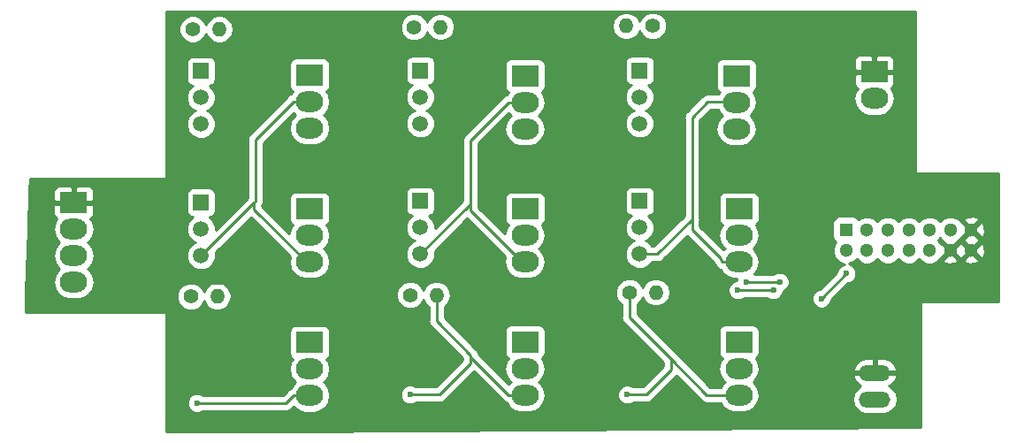
<source format=gbr>
G04 #@! TF.GenerationSoftware,KiCad,Pcbnew,(5.0.0)*
G04 #@! TF.CreationDate,2018-07-31T12:07:49+01:00*
G04 #@! TF.ProjectId,blanking,626C616E6B696E672E6B696361645F70,rev?*
G04 #@! TF.SameCoordinates,Original*
G04 #@! TF.FileFunction,Copper,L2,Bot,Signal*
G04 #@! TF.FilePolarity,Positive*
%FSLAX46Y46*%
G04 Gerber Fmt 4.6, Leading zero omitted, Abs format (unit mm)*
G04 Created by KiCad (PCBNEW (5.0.0)) date 07/31/18 12:07:49*
%MOMM*%
%LPD*%
G01*
G04 APERTURE LIST*
G04 #@! TA.AperFunction,ComponentPad*
%ADD10R,2.600000X2.000000*%
G04 #@! TD*
G04 #@! TA.AperFunction,ComponentPad*
%ADD11O,2.600000X2.000000*%
G04 #@! TD*
G04 #@! TA.AperFunction,ComponentPad*
%ADD12R,1.300000X1.300000*%
G04 #@! TD*
G04 #@! TA.AperFunction,ComponentPad*
%ADD13C,1.300000*%
G04 #@! TD*
G04 #@! TA.AperFunction,ComponentPad*
%ADD14O,3.010000X1.510000*%
G04 #@! TD*
G04 #@! TA.AperFunction,ComponentPad*
%ADD15C,1.520000*%
G04 #@! TD*
G04 #@! TA.AperFunction,ComponentPad*
%ADD16R,1.520000X1.520000*%
G04 #@! TD*
G04 #@! TA.AperFunction,ComponentPad*
%ADD17C,1.400000*%
G04 #@! TD*
G04 #@! TA.AperFunction,ComponentPad*
%ADD18O,1.400000X1.400000*%
G04 #@! TD*
G04 #@! TA.AperFunction,ViaPad*
%ADD19C,0.600000*%
G04 #@! TD*
G04 #@! TA.AperFunction,Conductor*
%ADD20C,0.250000*%
G04 #@! TD*
G04 #@! TA.AperFunction,Conductor*
%ADD21C,0.254000*%
G04 #@! TD*
G04 APERTURE END LIST*
D10*
G04 #@! TO.P,J8_Green_Enab,1*
G04 #@! TO.N,Net-(J8-Pad1)*
X242450000Y-61275000D03*
D11*
G04 #@! TO.P,J8_Green_Enab,2*
G04 #@! TO.N,Net-(J5-Pad9)*
X242450000Y-63815000D03*
G04 #@! TO.P,J8_Green_Enab,3*
G04 #@! TO.N,Net-(J12-Pad2)*
X242450000Y-66355000D03*
G04 #@! TD*
D10*
G04 #@! TO.P,J12_green_blank,1*
G04 #@! TO.N,Net-(J12-Pad1)*
X242200000Y-48525000D03*
D11*
G04 #@! TO.P,J12_green_blank,2*
G04 #@! TO.N,Net-(J12-Pad2)*
X242200000Y-51065000D03*
G04 #@! TO.P,J12_green_blank,3*
G04 #@! TO.N,Net-(J12-Pad3)*
X242200000Y-53605000D03*
G04 #@! TD*
D10*
G04 #@! TO.P,J1_Blue_enab,1*
G04 #@! TO.N,Net-(J1-Pad1)*
X201350000Y-74075000D03*
D11*
G04 #@! TO.P,J1_Blue_enab,2*
G04 #@! TO.N,Net-(J1-Pad2)*
X201350000Y-76615000D03*
G04 #@! TO.P,J1_Blue_enab,3*
G04 #@! TO.N,Net-(J1-Pad3)*
X201350000Y-79155000D03*
G04 #@! TD*
D10*
G04 #@! TO.P,J2_Green_PWM,1*
G04 #@! TO.N,Net-(J2-Pad1)*
X242450000Y-74025000D03*
D11*
G04 #@! TO.P,J2_Green_PWM,2*
G04 #@! TO.N,Net-(J2-Pad2)*
X242450000Y-76565000D03*
G04 #@! TO.P,J2_Green_PWM,3*
G04 #@! TO.N,Net-(J2-Pad3)*
X242450000Y-79105000D03*
G04 #@! TD*
D10*
G04 #@! TO.P,J3_Red_PWM,1*
G04 #@! TO.N,Net-(J3-Pad1)*
X221950000Y-74025000D03*
D11*
G04 #@! TO.P,J3_Red_PWM,2*
G04 #@! TO.N,Net-(J3-Pad2)*
X221950000Y-76565000D03*
G04 #@! TO.P,J3_Red_PWM,3*
G04 #@! TO.N,Net-(J3-Pad3)*
X221950000Y-79105000D03*
G04 #@! TD*
D12*
G04 #@! TO.P,J5,1*
G04 #@! TO.N,Net-(J5-Pad1)*
X252700000Y-63275000D03*
D13*
G04 #@! TO.P,J5,3*
G04 #@! TO.N,Net-(J5-Pad3)*
X254700000Y-63275000D03*
G04 #@! TO.P,J5,5*
G04 #@! TO.N,Net-(J3-Pad2)*
X256700000Y-63275000D03*
G04 #@! TO.P,J5,7*
G04 #@! TO.N,Net-(J1-Pad2)*
X258700000Y-63275000D03*
G04 #@! TO.P,J5,9*
G04 #@! TO.N,Net-(J5-Pad9)*
X260700000Y-63275000D03*
G04 #@! TO.P,J5,11*
G04 #@! TO.N,Net-(J5-Pad11)*
X262700000Y-63275000D03*
G04 #@! TO.P,J5,13*
G04 #@! TO.N,GND*
X264700000Y-63275000D03*
G04 #@! TO.P,J5,2*
G04 #@! TO.N,Net-(J5-Pad2)*
X252700000Y-65275000D03*
G04 #@! TO.P,J5,4*
G04 #@! TO.N,Net-(J5-Pad4)*
X254700000Y-65275000D03*
G04 #@! TO.P,J5,6*
G04 #@! TO.N,Net-(J2-Pad2)*
X256700000Y-65275000D03*
G04 #@! TO.P,J5,8*
G04 #@! TO.N,Net-(J5-Pad8)*
X258700000Y-65275000D03*
G04 #@! TO.P,J5,10*
G04 #@! TO.N,Net-(J5-Pad10)*
X260700000Y-65275000D03*
G04 #@! TO.P,J5,12*
G04 #@! TO.N,GND*
X262700000Y-65275000D03*
G04 #@! TO.P,J5,14*
X264700000Y-65275000D03*
G04 #@! TD*
D10*
G04 #@! TO.P,J6_Blue_Enab,1*
G04 #@! TO.N,Net-(J6-Pad1)*
X201350000Y-61275000D03*
D11*
G04 #@! TO.P,J6_Blue_Enab,2*
G04 #@! TO.N,Net-(J5-Pad10)*
X201350000Y-63815000D03*
G04 #@! TO.P,J6_Blue_Enab,3*
G04 #@! TO.N,Net-(J11-Pad2)*
X201350000Y-66355000D03*
G04 #@! TD*
D10*
G04 #@! TO.P,J7_Red_enab,1*
G04 #@! TO.N,Net-(J7-Pad1)*
X221950000Y-61275000D03*
D11*
G04 #@! TO.P,J7_Red_enab,2*
G04 #@! TO.N,Net-(J5-Pad8)*
X221950000Y-63815000D03*
G04 #@! TO.P,J7_Red_enab,3*
G04 #@! TO.N,Net-(J10-Pad2)*
X221950000Y-66355000D03*
G04 #@! TD*
D10*
G04 #@! TO.P,J9,1*
G04 #@! TO.N,GND*
X255400000Y-48175000D03*
D11*
G04 #@! TO.P,J9,2*
G04 #@! TO.N,Net-(J9-Pad2)*
X255400000Y-50715000D03*
G04 #@! TD*
D10*
G04 #@! TO.P,J10_red_blank,1*
G04 #@! TO.N,Net-(J10-Pad1)*
X221950000Y-48525000D03*
D11*
G04 #@! TO.P,J10_red_blank,2*
G04 #@! TO.N,Net-(J10-Pad2)*
X221950000Y-51065000D03*
G04 #@! TO.P,J10_red_blank,3*
G04 #@! TO.N,Net-(J10-Pad3)*
X221950000Y-53605000D03*
G04 #@! TD*
D10*
G04 #@! TO.P,J11_blue_blank,1*
G04 #@! TO.N,Net-(J11-Pad1)*
X201350000Y-48475000D03*
D11*
G04 #@! TO.P,J11_blue_blank,2*
G04 #@! TO.N,Net-(J11-Pad2)*
X201350000Y-51015000D03*
G04 #@! TO.P,J11_blue_blank,3*
G04 #@! TO.N,Net-(J11-Pad3)*
X201350000Y-53555000D03*
G04 #@! TD*
D10*
G04 #@! TO.P,J13,1*
G04 #@! TO.N,GND*
X178750000Y-60675000D03*
D11*
G04 #@! TO.P,J13,2*
G04 #@! TO.N,Net-(J10-Pad3)*
X178750000Y-63215000D03*
G04 #@! TO.P,J13,3*
G04 #@! TO.N,Net-(J12-Pad3)*
X178750000Y-65755000D03*
G04 #@! TO.P,J13,4*
G04 #@! TO.N,Net-(J11-Pad3)*
X178750000Y-68295000D03*
G04 #@! TD*
D14*
G04 #@! TO.P,J14_inv_vcc,1*
G04 #@! TO.N,Net-(J14-Pad1)*
X255450000Y-79525000D03*
G04 #@! TO.P,J14_inv_vcc,2*
G04 #@! TO.N,GND*
X255450000Y-76985000D03*
G04 #@! TD*
D15*
G04 #@! TO.P,Q1,2*
G04 #@! TO.N,Net-(Q1-Pad2)*
X232950000Y-63065000D03*
G04 #@! TO.P,Q1,3*
G04 #@! TO.N,Net-(J12-Pad2)*
X232950000Y-65605000D03*
D16*
G04 #@! TO.P,Q1,1*
G04 #@! TO.N,Net-(J8-Pad1)*
X232950000Y-60525000D03*
G04 #@! TD*
D15*
G04 #@! TO.P,Q2,2*
G04 #@! TO.N,Net-(Q2-Pad2)*
X190950000Y-63215000D03*
G04 #@! TO.P,Q2,3*
G04 #@! TO.N,Net-(J11-Pad2)*
X190950000Y-65755000D03*
D16*
G04 #@! TO.P,Q2,1*
G04 #@! TO.N,Net-(J6-Pad1)*
X190950000Y-60675000D03*
G04 #@! TD*
D15*
G04 #@! TO.P,Q3,2*
G04 #@! TO.N,Net-(Q3-Pad2)*
X211950000Y-63065000D03*
G04 #@! TO.P,Q3,3*
G04 #@! TO.N,Net-(J10-Pad2)*
X211950000Y-65605000D03*
D16*
G04 #@! TO.P,Q3,1*
G04 #@! TO.N,Net-(J7-Pad1)*
X211950000Y-60525000D03*
G04 #@! TD*
D15*
G04 #@! TO.P,Q4,2*
G04 #@! TO.N,Net-(Q4-Pad2)*
X232950000Y-50565000D03*
G04 #@! TO.P,Q4,3*
G04 #@! TO.N,Net-(J12-Pad3)*
X232950000Y-53105000D03*
D16*
G04 #@! TO.P,Q4,1*
G04 #@! TO.N,Net-(J12-Pad1)*
X232950000Y-48025000D03*
G04 #@! TD*
D15*
G04 #@! TO.P,Q5,2*
G04 #@! TO.N,Net-(Q5-Pad2)*
X211950000Y-50565000D03*
G04 #@! TO.P,Q5,3*
G04 #@! TO.N,Net-(J10-Pad3)*
X211950000Y-53105000D03*
D16*
G04 #@! TO.P,Q5,1*
G04 #@! TO.N,Net-(J10-Pad1)*
X211950000Y-48025000D03*
G04 #@! TD*
D15*
G04 #@! TO.P,Q6,2*
G04 #@! TO.N,Net-(Q6-Pad2)*
X190950000Y-50615000D03*
G04 #@! TO.P,Q6,3*
G04 #@! TO.N,Net-(J11-Pad3)*
X190950000Y-53155000D03*
D16*
G04 #@! TO.P,Q6,1*
G04 #@! TO.N,Net-(J11-Pad1)*
X190950000Y-48075000D03*
G04 #@! TD*
D17*
G04 #@! TO.P,R1 270,1*
G04 #@! TO.N,Net-(Q2-Pad2)*
X189950000Y-69675000D03*
D18*
G04 #@! TO.P,R1 270,2*
G04 #@! TO.N,Net-(J1-Pad3)*
X192490000Y-69675000D03*
G04 #@! TD*
D17*
G04 #@! TO.P,R2 270,1*
G04 #@! TO.N,Net-(Q3-Pad2)*
X210950000Y-69525000D03*
D18*
G04 #@! TO.P,R2 270,2*
G04 #@! TO.N,Net-(J3-Pad3)*
X213490000Y-69525000D03*
G04 #@! TD*
D17*
G04 #@! TO.P,R3 270,1*
G04 #@! TO.N,Net-(J2-Pad3)*
X231950000Y-69275000D03*
D18*
G04 #@! TO.P,R3 270,2*
G04 #@! TO.N,Net-(Q1-Pad2)*
X234490000Y-69275000D03*
G04 #@! TD*
D17*
G04 #@! TO.P,R4 270,1*
G04 #@! TO.N,Net-(J9-Pad2)*
X234200000Y-43775000D03*
D18*
G04 #@! TO.P,R4 270,2*
G04 #@! TO.N,Net-(Q4-Pad2)*
X231660000Y-43775000D03*
G04 #@! TD*
D17*
G04 #@! TO.P,R5 270,1*
G04 #@! TO.N,Net-(Q6-Pad2)*
X190150000Y-44075000D03*
D18*
G04 #@! TO.P,R5 270,2*
G04 #@! TO.N,Net-(J9-Pad2)*
X192690000Y-44075000D03*
G04 #@! TD*
D17*
G04 #@! TO.P,R6 270,1*
G04 #@! TO.N,Net-(Q5-Pad2)*
X211350000Y-43875000D03*
D18*
G04 #@! TO.P,R6 270,2*
G04 #@! TO.N,Net-(J9-Pad2)*
X213890000Y-43875000D03*
G04 #@! TD*
D19*
G04 #@! TO.N,Net-(J1-Pad3)*
X190550000Y-79875000D03*
G04 #@! TO.N,Net-(J2-Pad2)*
X252750000Y-67475000D03*
X250350000Y-69875000D03*
G04 #@! TO.N,Net-(J2-Pad3)*
X231750000Y-79075000D03*
G04 #@! TO.N,Net-(J3-Pad3)*
X210950000Y-79075000D03*
G04 #@! TO.N,GND*
X229950000Y-75675000D03*
X209550000Y-76075000D03*
X190150000Y-74275000D03*
G04 #@! TO.N,Net-(J5-Pad8)*
X246350000Y-68275000D03*
X243150000Y-68275000D03*
G04 #@! TO.N,Net-(J5-Pad10)*
X245750000Y-69075000D03*
X242350000Y-69075000D03*
G04 #@! TD*
D20*
G04 #@! TO.N,Net-(J1-Pad3)*
X199800000Y-79155000D02*
X199080000Y-79875000D01*
X201350000Y-79155000D02*
X199800000Y-79155000D01*
X199080000Y-79875000D02*
X190550000Y-79875000D01*
G04 #@! TO.N,Net-(J2-Pad2)*
X252750000Y-67475000D02*
X250350000Y-69875000D01*
G04 #@! TO.N,Net-(J2-Pad3)*
X242450000Y-79105000D02*
X239380000Y-79105000D01*
X231950000Y-71675000D02*
X231950000Y-69275000D01*
X235950000Y-75675000D02*
X231950000Y-71675000D01*
X239380000Y-79105000D02*
X235950000Y-75675000D01*
X235950000Y-76675000D02*
X233550000Y-79075000D01*
X235950000Y-75675000D02*
X235950000Y-76675000D01*
X233550000Y-79075000D02*
X231750000Y-79075000D01*
G04 #@! TO.N,Net-(J3-Pad3)*
X220400000Y-79105000D02*
X216770000Y-75475000D01*
X221950000Y-79105000D02*
X220400000Y-79105000D01*
X216770000Y-75475000D02*
X216770000Y-75295000D01*
X213490000Y-72015000D02*
X213490000Y-69525000D01*
X216770000Y-75295000D02*
X213490000Y-72015000D01*
X216770000Y-75475000D02*
X216770000Y-76055000D01*
X216770000Y-76055000D02*
X213750000Y-79075000D01*
X213750000Y-79075000D02*
X210950000Y-79075000D01*
G04 #@! TO.N,Net-(J11-Pad2)*
X199800000Y-51015000D02*
X196150000Y-54665000D01*
X201350000Y-51015000D02*
X199800000Y-51015000D01*
X196150000Y-54665000D02*
X196150000Y-60555000D01*
X201050000Y-66355000D02*
X201350000Y-66355000D01*
X196030000Y-61335000D02*
X201050000Y-66355000D01*
X196030000Y-60675000D02*
X196030000Y-61335000D01*
X196030000Y-60675000D02*
X190950000Y-65755000D01*
X196150000Y-60555000D02*
X196030000Y-60675000D01*
G04 #@! TO.N,Net-(J10-Pad2)*
X220400000Y-51065000D02*
X216750000Y-54715000D01*
X221950000Y-51065000D02*
X220400000Y-51065000D01*
X216750000Y-60805000D02*
X211950000Y-65605000D01*
X216750000Y-61455000D02*
X216750000Y-60275000D01*
X221650000Y-66355000D02*
X216750000Y-61455000D01*
X221950000Y-66355000D02*
X221650000Y-66355000D01*
X216750000Y-54715000D02*
X216750000Y-60275000D01*
X216750000Y-60275000D02*
X216750000Y-60805000D01*
G04 #@! TO.N,Net-(J12-Pad2)*
X234620000Y-65605000D02*
X232950000Y-65605000D01*
X241900000Y-51065000D02*
X241860000Y-51025000D01*
X242200000Y-51065000D02*
X241900000Y-51065000D01*
X241860000Y-51025000D02*
X239450000Y-51025000D01*
X239450000Y-51025000D02*
X237950000Y-52525000D01*
X237950000Y-52525000D02*
X237950000Y-62275000D01*
X237950000Y-62275000D02*
X234620000Y-65605000D01*
X240900000Y-66355000D02*
X242450000Y-66355000D01*
X240700000Y-66155000D02*
X240900000Y-66355000D01*
X240700000Y-66025000D02*
X240700000Y-66155000D01*
X237950000Y-63275000D02*
X240700000Y-66025000D01*
X237950000Y-62275000D02*
X237950000Y-63275000D01*
G04 #@! TO.N,Net-(J5-Pad8)*
X246350000Y-68275000D02*
X243150000Y-68275000D01*
G04 #@! TO.N,Net-(J5-Pad10)*
X245750000Y-69075000D02*
X242350000Y-69075000D01*
G04 #@! TD*
D21*
G04 #@! TO.N,GND*
G36*
X259323000Y-57775000D02*
X259332667Y-57823601D01*
X259360197Y-57864803D01*
X259401399Y-57892333D01*
X259450000Y-57902000D01*
X267323000Y-57902000D01*
X267323000Y-70148000D01*
X259950000Y-70148000D01*
X259901399Y-70157667D01*
X259860197Y-70185197D01*
X259832667Y-70226399D01*
X259823000Y-70275000D01*
X259823000Y-82148873D01*
X199484552Y-82565000D01*
X187577000Y-82565000D01*
X187577000Y-79689017D01*
X189615000Y-79689017D01*
X189615000Y-80060983D01*
X189757345Y-80404635D01*
X190020365Y-80667655D01*
X190364017Y-80810000D01*
X190735983Y-80810000D01*
X191079635Y-80667655D01*
X191112290Y-80635000D01*
X199005153Y-80635000D01*
X199080000Y-80649888D01*
X199154847Y-80635000D01*
X199154852Y-80635000D01*
X199376537Y-80590904D01*
X199627929Y-80422929D01*
X199670331Y-80359470D01*
X199801056Y-80228745D01*
X199871231Y-80333769D01*
X200412055Y-80695136D01*
X200888969Y-80790000D01*
X201811031Y-80790000D01*
X202287945Y-80695136D01*
X202828769Y-80333769D01*
X203190136Y-79792945D01*
X203317031Y-79155000D01*
X203190136Y-78517055D01*
X202828769Y-77976231D01*
X202692232Y-77885000D01*
X202828769Y-77793769D01*
X203190136Y-77252945D01*
X203317031Y-76615000D01*
X203190136Y-75977055D01*
X202959511Y-75631900D01*
X203107809Y-75532809D01*
X203248157Y-75322765D01*
X203297440Y-75075000D01*
X203297440Y-73075000D01*
X203248157Y-72827235D01*
X203107809Y-72617191D01*
X202897765Y-72476843D01*
X202650000Y-72427560D01*
X200050000Y-72427560D01*
X199802235Y-72476843D01*
X199592191Y-72617191D01*
X199451843Y-72827235D01*
X199402560Y-73075000D01*
X199402560Y-75075000D01*
X199451843Y-75322765D01*
X199592191Y-75532809D01*
X199740489Y-75631900D01*
X199509864Y-75977055D01*
X199382969Y-76615000D01*
X199509864Y-77252945D01*
X199871231Y-77793769D01*
X200007768Y-77885000D01*
X199871231Y-77976231D01*
X199570920Y-78425678D01*
X199551605Y-78429520D01*
X199503462Y-78439096D01*
X199371799Y-78527071D01*
X199252071Y-78607071D01*
X199209671Y-78670527D01*
X198765199Y-79115000D01*
X191112290Y-79115000D01*
X191079635Y-79082345D01*
X190735983Y-78940000D01*
X190364017Y-78940000D01*
X190020365Y-79082345D01*
X189757345Y-79345365D01*
X189615000Y-79689017D01*
X187577000Y-79689017D01*
X187577000Y-71275000D01*
X187567333Y-71226399D01*
X187539803Y-71185197D01*
X187498601Y-71157667D01*
X187450000Y-71148000D01*
X174160000Y-71148000D01*
X174160000Y-69119429D01*
X174387093Y-63215000D01*
X176782969Y-63215000D01*
X176909864Y-63852945D01*
X177271231Y-64393769D01*
X177407768Y-64485000D01*
X177271231Y-64576231D01*
X176909864Y-65117055D01*
X176782969Y-65755000D01*
X176909864Y-66392945D01*
X177271231Y-66933769D01*
X177407768Y-67025000D01*
X177271231Y-67116231D01*
X176909864Y-67657055D01*
X176782969Y-68295000D01*
X176909864Y-68932945D01*
X177271231Y-69473769D01*
X177812055Y-69835136D01*
X178288969Y-69930000D01*
X179211031Y-69930000D01*
X179687945Y-69835136D01*
X180228769Y-69473769D01*
X180271744Y-69409452D01*
X188615000Y-69409452D01*
X188615000Y-69940548D01*
X188818242Y-70431217D01*
X189193783Y-70806758D01*
X189684452Y-71010000D01*
X190215548Y-71010000D01*
X190706217Y-70806758D01*
X191081758Y-70431217D01*
X191215191Y-70109082D01*
X191232458Y-70195891D01*
X191527519Y-70637481D01*
X191969109Y-70932542D01*
X192358515Y-71010000D01*
X192621485Y-71010000D01*
X193010891Y-70932542D01*
X193452481Y-70637481D01*
X193747542Y-70195891D01*
X193851154Y-69675000D01*
X193768497Y-69259452D01*
X209615000Y-69259452D01*
X209615000Y-69790548D01*
X209818242Y-70281217D01*
X210193783Y-70656758D01*
X210684452Y-70860000D01*
X211215548Y-70860000D01*
X211706217Y-70656758D01*
X212081758Y-70281217D01*
X212215191Y-69959082D01*
X212232458Y-70045891D01*
X212527519Y-70487481D01*
X212730001Y-70622775D01*
X212730000Y-71940153D01*
X212715112Y-72015000D01*
X212730000Y-72089847D01*
X212730000Y-72089851D01*
X212774096Y-72311536D01*
X212942071Y-72562929D01*
X213005530Y-72605331D01*
X216010000Y-75609803D01*
X216010000Y-75740198D01*
X213435199Y-78315000D01*
X211512290Y-78315000D01*
X211479635Y-78282345D01*
X211135983Y-78140000D01*
X210764017Y-78140000D01*
X210420365Y-78282345D01*
X210157345Y-78545365D01*
X210015000Y-78889017D01*
X210015000Y-79260983D01*
X210157345Y-79604635D01*
X210420365Y-79867655D01*
X210764017Y-80010000D01*
X211135983Y-80010000D01*
X211479635Y-79867655D01*
X211512290Y-79835000D01*
X213675153Y-79835000D01*
X213750000Y-79849888D01*
X213824847Y-79835000D01*
X213824852Y-79835000D01*
X214046537Y-79790904D01*
X214297929Y-79622929D01*
X214340331Y-79559470D01*
X217060000Y-76839802D01*
X219809671Y-79589473D01*
X219852071Y-79652929D01*
X220103463Y-79820904D01*
X220170920Y-79834322D01*
X220471231Y-80283769D01*
X221012055Y-80645136D01*
X221488969Y-80740000D01*
X222411031Y-80740000D01*
X222887945Y-80645136D01*
X223428769Y-80283769D01*
X223790136Y-79742945D01*
X223917031Y-79105000D01*
X223790136Y-78467055D01*
X223428769Y-77926231D01*
X223292232Y-77835000D01*
X223428769Y-77743769D01*
X223790136Y-77202945D01*
X223917031Y-76565000D01*
X223790136Y-75927055D01*
X223559511Y-75581900D01*
X223707809Y-75482809D01*
X223848157Y-75272765D01*
X223897440Y-75025000D01*
X223897440Y-73025000D01*
X223848157Y-72777235D01*
X223707809Y-72567191D01*
X223497765Y-72426843D01*
X223250000Y-72377560D01*
X220650000Y-72377560D01*
X220402235Y-72426843D01*
X220192191Y-72567191D01*
X220051843Y-72777235D01*
X220002560Y-73025000D01*
X220002560Y-75025000D01*
X220051843Y-75272765D01*
X220192191Y-75482809D01*
X220340489Y-75581900D01*
X220109864Y-75927055D01*
X219982969Y-76565000D01*
X220109864Y-77202945D01*
X220471231Y-77743769D01*
X220607768Y-77835000D01*
X220471231Y-77926231D01*
X220401056Y-78031255D01*
X217515114Y-75145313D01*
X217485904Y-74998464D01*
X217459600Y-74959097D01*
X217360329Y-74810526D01*
X217360326Y-74810523D01*
X217317929Y-74747071D01*
X217254476Y-74704673D01*
X214250000Y-71700199D01*
X214250000Y-70622774D01*
X214452481Y-70487481D01*
X214747542Y-70045891D01*
X214851154Y-69525000D01*
X214748605Y-69009452D01*
X230615000Y-69009452D01*
X230615000Y-69540548D01*
X230818242Y-70031217D01*
X231190001Y-70402976D01*
X231190000Y-71600153D01*
X231175112Y-71675000D01*
X231190000Y-71749847D01*
X231190000Y-71749851D01*
X231234096Y-71971536D01*
X231402071Y-72222929D01*
X231465530Y-72265331D01*
X235190000Y-75989802D01*
X235190001Y-76360197D01*
X233235199Y-78315000D01*
X232312290Y-78315000D01*
X232279635Y-78282345D01*
X231935983Y-78140000D01*
X231564017Y-78140000D01*
X231220365Y-78282345D01*
X230957345Y-78545365D01*
X230815000Y-78889017D01*
X230815000Y-79260983D01*
X230957345Y-79604635D01*
X231220365Y-79867655D01*
X231564017Y-80010000D01*
X231935983Y-80010000D01*
X232279635Y-79867655D01*
X232312290Y-79835000D01*
X233475153Y-79835000D01*
X233550000Y-79849888D01*
X233624847Y-79835000D01*
X233624852Y-79835000D01*
X233846537Y-79790904D01*
X234097929Y-79622929D01*
X234140331Y-79559470D01*
X236434473Y-77265329D01*
X236453089Y-77252890D01*
X238789671Y-79589473D01*
X238832071Y-79652929D01*
X239083463Y-79820904D01*
X239305148Y-79865000D01*
X239305152Y-79865000D01*
X239380000Y-79879888D01*
X239454848Y-79865000D01*
X240691419Y-79865000D01*
X240971231Y-80283769D01*
X241512055Y-80645136D01*
X241988969Y-80740000D01*
X242911031Y-80740000D01*
X243387945Y-80645136D01*
X243928769Y-80283769D01*
X244290136Y-79742945D01*
X244333487Y-79525000D01*
X253282769Y-79525000D01*
X253390649Y-80067351D01*
X253697866Y-80527134D01*
X254157649Y-80834351D01*
X254563100Y-80915000D01*
X256336900Y-80915000D01*
X256742351Y-80834351D01*
X257202134Y-80527134D01*
X257509351Y-80067351D01*
X257617231Y-79525000D01*
X257509351Y-78982649D01*
X257202134Y-78522866D01*
X256780274Y-78240989D01*
X256849263Y-78220592D01*
X257272681Y-77878076D01*
X257532793Y-77399597D01*
X257547277Y-77326971D01*
X257424683Y-77112000D01*
X255577000Y-77112000D01*
X255577000Y-77132000D01*
X255323000Y-77132000D01*
X255323000Y-77112000D01*
X253475317Y-77112000D01*
X253352723Y-77326971D01*
X253367207Y-77399597D01*
X253627319Y-77878076D01*
X254050737Y-78220592D01*
X254119726Y-78240989D01*
X253697866Y-78522866D01*
X253390649Y-78982649D01*
X253282769Y-79525000D01*
X244333487Y-79525000D01*
X244417031Y-79105000D01*
X244290136Y-78467055D01*
X243928769Y-77926231D01*
X243792232Y-77835000D01*
X243928769Y-77743769D01*
X244290136Y-77202945D01*
X244401510Y-76643029D01*
X253352723Y-76643029D01*
X253475317Y-76858000D01*
X255323000Y-76858000D01*
X255323000Y-75595000D01*
X255577000Y-75595000D01*
X255577000Y-76858000D01*
X257424683Y-76858000D01*
X257547277Y-76643029D01*
X257532793Y-76570403D01*
X257272681Y-76091924D01*
X256849263Y-75749408D01*
X256327000Y-75595000D01*
X255577000Y-75595000D01*
X255323000Y-75595000D01*
X254573000Y-75595000D01*
X254050737Y-75749408D01*
X253627319Y-76091924D01*
X253367207Y-76570403D01*
X253352723Y-76643029D01*
X244401510Y-76643029D01*
X244417031Y-76565000D01*
X244290136Y-75927055D01*
X244059511Y-75581900D01*
X244207809Y-75482809D01*
X244348157Y-75272765D01*
X244397440Y-75025000D01*
X244397440Y-73025000D01*
X244348157Y-72777235D01*
X244207809Y-72567191D01*
X243997765Y-72426843D01*
X243750000Y-72377560D01*
X241150000Y-72377560D01*
X240902235Y-72426843D01*
X240692191Y-72567191D01*
X240551843Y-72777235D01*
X240502560Y-73025000D01*
X240502560Y-75025000D01*
X240551843Y-75272765D01*
X240692191Y-75482809D01*
X240840489Y-75581900D01*
X240609864Y-75927055D01*
X240482969Y-76565000D01*
X240609864Y-77202945D01*
X240971231Y-77743769D01*
X241107768Y-77835000D01*
X240971231Y-77926231D01*
X240691419Y-78345000D01*
X239694802Y-78345000D01*
X236540331Y-75190530D01*
X236497929Y-75127071D01*
X236434473Y-75084671D01*
X232710000Y-71360199D01*
X232710000Y-70402975D01*
X233081758Y-70031217D01*
X233215191Y-69709082D01*
X233232458Y-69795891D01*
X233527519Y-70237481D01*
X233969109Y-70532542D01*
X234358515Y-70610000D01*
X234621485Y-70610000D01*
X235010891Y-70532542D01*
X235452481Y-70237481D01*
X235747542Y-69795891D01*
X235851154Y-69275000D01*
X235747542Y-68754109D01*
X235452481Y-68312519D01*
X235010891Y-68017458D01*
X234621485Y-67940000D01*
X234358515Y-67940000D01*
X233969109Y-68017458D01*
X233527519Y-68312519D01*
X233232458Y-68754109D01*
X233215191Y-68840918D01*
X233081758Y-68518783D01*
X232706217Y-68143242D01*
X232215548Y-67940000D01*
X231684452Y-67940000D01*
X231193783Y-68143242D01*
X230818242Y-68518783D01*
X230615000Y-69009452D01*
X214748605Y-69009452D01*
X214747542Y-69004109D01*
X214452481Y-68562519D01*
X214010891Y-68267458D01*
X213621485Y-68190000D01*
X213358515Y-68190000D01*
X212969109Y-68267458D01*
X212527519Y-68562519D01*
X212232458Y-69004109D01*
X212215191Y-69090918D01*
X212081758Y-68768783D01*
X211706217Y-68393242D01*
X211215548Y-68190000D01*
X210684452Y-68190000D01*
X210193783Y-68393242D01*
X209818242Y-68768783D01*
X209615000Y-69259452D01*
X193768497Y-69259452D01*
X193747542Y-69154109D01*
X193452481Y-68712519D01*
X193010891Y-68417458D01*
X192621485Y-68340000D01*
X192358515Y-68340000D01*
X191969109Y-68417458D01*
X191527519Y-68712519D01*
X191232458Y-69154109D01*
X191215191Y-69240918D01*
X191081758Y-68918783D01*
X190706217Y-68543242D01*
X190215548Y-68340000D01*
X189684452Y-68340000D01*
X189193783Y-68543242D01*
X188818242Y-68918783D01*
X188615000Y-69409452D01*
X180271744Y-69409452D01*
X180590136Y-68932945D01*
X180717031Y-68295000D01*
X180590136Y-67657055D01*
X180228769Y-67116231D01*
X180092232Y-67025000D01*
X180228769Y-66933769D01*
X180590136Y-66392945D01*
X180717031Y-65755000D01*
X180590136Y-65117055D01*
X180228769Y-64576231D01*
X180092232Y-64485000D01*
X180228769Y-64393769D01*
X180590136Y-63852945D01*
X180717031Y-63215000D01*
X180590136Y-62577055D01*
X180360670Y-62233635D01*
X180409699Y-62213327D01*
X180588327Y-62034698D01*
X180685000Y-61801309D01*
X180685000Y-60960750D01*
X180526250Y-60802000D01*
X178877000Y-60802000D01*
X178877000Y-60822000D01*
X178623000Y-60822000D01*
X178623000Y-60802000D01*
X176973750Y-60802000D01*
X176815000Y-60960750D01*
X176815000Y-61801309D01*
X176911673Y-62034698D01*
X177090301Y-62213327D01*
X177139330Y-62233635D01*
X176909864Y-62577055D01*
X176782969Y-63215000D01*
X174387093Y-63215000D01*
X174528105Y-59548691D01*
X176815000Y-59548691D01*
X176815000Y-60389250D01*
X176973750Y-60548000D01*
X178623000Y-60548000D01*
X178623000Y-59198750D01*
X178877000Y-59198750D01*
X178877000Y-60548000D01*
X180526250Y-60548000D01*
X180685000Y-60389250D01*
X180685000Y-59915000D01*
X189542560Y-59915000D01*
X189542560Y-61435000D01*
X189591843Y-61682765D01*
X189732191Y-61892809D01*
X189942235Y-62033157D01*
X190123049Y-62069123D01*
X189767376Y-62424796D01*
X189555000Y-62937517D01*
X189555000Y-63492483D01*
X189767376Y-64005204D01*
X190159796Y-64397624D01*
X190370740Y-64485000D01*
X190159796Y-64572376D01*
X189767376Y-64964796D01*
X189555000Y-65477517D01*
X189555000Y-66032483D01*
X189767376Y-66545204D01*
X190159796Y-66937624D01*
X190672517Y-67150000D01*
X191227483Y-67150000D01*
X191740204Y-66937624D01*
X192132624Y-66545204D01*
X192345000Y-66032483D01*
X192345000Y-65477517D01*
X192332489Y-65447312D01*
X195700000Y-62079801D01*
X199481226Y-65861028D01*
X199382969Y-66355000D01*
X199509864Y-66992945D01*
X199871231Y-67533769D01*
X200412055Y-67895136D01*
X200888969Y-67990000D01*
X201811031Y-67990000D01*
X202287945Y-67895136D01*
X202828769Y-67533769D01*
X203190136Y-66992945D01*
X203317031Y-66355000D01*
X203190136Y-65717055D01*
X202828769Y-65176231D01*
X202692232Y-65085000D01*
X202828769Y-64993769D01*
X203190136Y-64452945D01*
X203317031Y-63815000D01*
X203190136Y-63177055D01*
X202959511Y-62831900D01*
X203107809Y-62732809D01*
X203248157Y-62522765D01*
X203297440Y-62275000D01*
X203297440Y-60275000D01*
X203248157Y-60027235D01*
X203107809Y-59817191D01*
X203029701Y-59765000D01*
X210542560Y-59765000D01*
X210542560Y-61285000D01*
X210591843Y-61532765D01*
X210732191Y-61742809D01*
X210942235Y-61883157D01*
X211123049Y-61919123D01*
X210767376Y-62274796D01*
X210555000Y-62787517D01*
X210555000Y-63342483D01*
X210767376Y-63855204D01*
X211159796Y-64247624D01*
X211370740Y-64335000D01*
X211159796Y-64422376D01*
X210767376Y-64814796D01*
X210555000Y-65327517D01*
X210555000Y-65882483D01*
X210767376Y-66395204D01*
X211159796Y-66787624D01*
X211672517Y-67000000D01*
X212227483Y-67000000D01*
X212740204Y-66787624D01*
X213132624Y-66395204D01*
X213345000Y-65882483D01*
X213345000Y-65327517D01*
X213332489Y-65297312D01*
X216425000Y-62204801D01*
X220081226Y-65861028D01*
X219982969Y-66355000D01*
X220109864Y-66992945D01*
X220471231Y-67533769D01*
X221012055Y-67895136D01*
X221488969Y-67990000D01*
X222411031Y-67990000D01*
X222887945Y-67895136D01*
X223428769Y-67533769D01*
X223790136Y-66992945D01*
X223917031Y-66355000D01*
X223790136Y-65717055D01*
X223428769Y-65176231D01*
X223292232Y-65085000D01*
X223428769Y-64993769D01*
X223790136Y-64452945D01*
X223917031Y-63815000D01*
X223790136Y-63177055D01*
X223559511Y-62831900D01*
X223707809Y-62732809D01*
X223848157Y-62522765D01*
X223897440Y-62275000D01*
X223897440Y-60275000D01*
X223848157Y-60027235D01*
X223707809Y-59817191D01*
X223629701Y-59765000D01*
X231542560Y-59765000D01*
X231542560Y-61285000D01*
X231591843Y-61532765D01*
X231732191Y-61742809D01*
X231942235Y-61883157D01*
X232123049Y-61919123D01*
X231767376Y-62274796D01*
X231555000Y-62787517D01*
X231555000Y-63342483D01*
X231767376Y-63855204D01*
X232159796Y-64247624D01*
X232370740Y-64335000D01*
X232159796Y-64422376D01*
X231767376Y-64814796D01*
X231555000Y-65327517D01*
X231555000Y-65882483D01*
X231767376Y-66395204D01*
X232159796Y-66787624D01*
X232672517Y-67000000D01*
X233227483Y-67000000D01*
X233740204Y-66787624D01*
X234132624Y-66395204D01*
X234145135Y-66365000D01*
X234545153Y-66365000D01*
X234620000Y-66379888D01*
X234694847Y-66365000D01*
X234694852Y-66365000D01*
X234916537Y-66320904D01*
X235167929Y-66152929D01*
X235210331Y-66089470D01*
X237446912Y-63852890D01*
X237465528Y-63865329D01*
X239967301Y-66367104D01*
X239984096Y-66451537D01*
X240152071Y-66702929D01*
X240215530Y-66745331D01*
X240309669Y-66839470D01*
X240352071Y-66902929D01*
X240603463Y-67070904D01*
X240670920Y-67084322D01*
X240971231Y-67533769D01*
X241512055Y-67895136D01*
X241988969Y-67990000D01*
X242256014Y-67990000D01*
X242215000Y-68089017D01*
X242215000Y-68140000D01*
X242164017Y-68140000D01*
X241820365Y-68282345D01*
X241557345Y-68545365D01*
X241415000Y-68889017D01*
X241415000Y-69260983D01*
X241557345Y-69604635D01*
X241820365Y-69867655D01*
X242164017Y-70010000D01*
X242535983Y-70010000D01*
X242879635Y-69867655D01*
X242912290Y-69835000D01*
X245187710Y-69835000D01*
X245220365Y-69867655D01*
X245564017Y-70010000D01*
X245935983Y-70010000D01*
X246279635Y-69867655D01*
X246458273Y-69689017D01*
X249415000Y-69689017D01*
X249415000Y-70060983D01*
X249557345Y-70404635D01*
X249820365Y-70667655D01*
X250164017Y-70810000D01*
X250535983Y-70810000D01*
X250879635Y-70667655D01*
X251142655Y-70404635D01*
X251285000Y-70060983D01*
X251285000Y-70014801D01*
X252889802Y-68410000D01*
X252935983Y-68410000D01*
X253279635Y-68267655D01*
X253542655Y-68004635D01*
X253685000Y-67660983D01*
X253685000Y-67289017D01*
X253542655Y-66945365D01*
X253279635Y-66682345D01*
X252969935Y-66554063D01*
X253427894Y-66364371D01*
X253700000Y-66092265D01*
X253972106Y-66364371D01*
X254444398Y-66560000D01*
X254955602Y-66560000D01*
X255427894Y-66364371D01*
X255700000Y-66092265D01*
X255972106Y-66364371D01*
X256444398Y-66560000D01*
X256955602Y-66560000D01*
X257427894Y-66364371D01*
X257700000Y-66092265D01*
X257972106Y-66364371D01*
X258444398Y-66560000D01*
X258955602Y-66560000D01*
X259427894Y-66364371D01*
X259700000Y-66092265D01*
X259972106Y-66364371D01*
X260444398Y-66560000D01*
X260955602Y-66560000D01*
X261427894Y-66364371D01*
X261618249Y-66174016D01*
X261980590Y-66174016D01*
X262036271Y-66404611D01*
X262519078Y-66572622D01*
X263029428Y-66543083D01*
X263363729Y-66404611D01*
X263419410Y-66174016D01*
X263980590Y-66174016D01*
X264036271Y-66404611D01*
X264519078Y-66572622D01*
X265029428Y-66543083D01*
X265363729Y-66404611D01*
X265419410Y-66174016D01*
X264700000Y-65454605D01*
X263980590Y-66174016D01*
X263419410Y-66174016D01*
X262700000Y-65454605D01*
X261980590Y-66174016D01*
X261618249Y-66174016D01*
X261789371Y-66002894D01*
X261793622Y-65992632D01*
X261800984Y-65994410D01*
X262520395Y-65275000D01*
X262879605Y-65275000D01*
X263599016Y-65994410D01*
X263700000Y-65970026D01*
X263800984Y-65994410D01*
X264520395Y-65275000D01*
X264879605Y-65275000D01*
X265599016Y-65994410D01*
X265829611Y-65938729D01*
X265997622Y-65455922D01*
X265968083Y-64945572D01*
X265829611Y-64611271D01*
X265599016Y-64555590D01*
X264879605Y-65275000D01*
X264520395Y-65275000D01*
X263800984Y-64555590D01*
X263700000Y-64579974D01*
X263599016Y-64555590D01*
X262879605Y-65275000D01*
X262520395Y-65275000D01*
X261800984Y-64555590D01*
X261793622Y-64557368D01*
X261789371Y-64547106D01*
X261517265Y-64275000D01*
X261700000Y-64092265D01*
X261972106Y-64364371D01*
X261982368Y-64368622D01*
X261980590Y-64375984D01*
X262700000Y-65095395D01*
X263419410Y-64375984D01*
X263417632Y-64368622D01*
X263427894Y-64364371D01*
X263618249Y-64174016D01*
X263980590Y-64174016D01*
X264004974Y-64275000D01*
X263980590Y-64375984D01*
X264700000Y-65095395D01*
X265419410Y-64375984D01*
X265395026Y-64275000D01*
X265419410Y-64174016D01*
X264700000Y-63454605D01*
X263980590Y-64174016D01*
X263618249Y-64174016D01*
X263789371Y-64002894D01*
X263793622Y-63992632D01*
X263800984Y-63994410D01*
X264520395Y-63275000D01*
X264879605Y-63275000D01*
X265599016Y-63994410D01*
X265829611Y-63938729D01*
X265997622Y-63455922D01*
X265968083Y-62945572D01*
X265829611Y-62611271D01*
X265599016Y-62555590D01*
X264879605Y-63275000D01*
X264520395Y-63275000D01*
X263800984Y-62555590D01*
X263793622Y-62557368D01*
X263789371Y-62547106D01*
X263618249Y-62375984D01*
X263980590Y-62375984D01*
X264700000Y-63095395D01*
X265419410Y-62375984D01*
X265363729Y-62145389D01*
X264880922Y-61977378D01*
X264370572Y-62006917D01*
X264036271Y-62145389D01*
X263980590Y-62375984D01*
X263618249Y-62375984D01*
X263427894Y-62185629D01*
X262955602Y-61990000D01*
X262444398Y-61990000D01*
X261972106Y-62185629D01*
X261700000Y-62457735D01*
X261427894Y-62185629D01*
X260955602Y-61990000D01*
X260444398Y-61990000D01*
X259972106Y-62185629D01*
X259700000Y-62457735D01*
X259427894Y-62185629D01*
X258955602Y-61990000D01*
X258444398Y-61990000D01*
X257972106Y-62185629D01*
X257700000Y-62457735D01*
X257427894Y-62185629D01*
X256955602Y-61990000D01*
X256444398Y-61990000D01*
X255972106Y-62185629D01*
X255700000Y-62457735D01*
X255427894Y-62185629D01*
X254955602Y-61990000D01*
X254444398Y-61990000D01*
X253972106Y-62185629D01*
X253881003Y-62276732D01*
X253807809Y-62167191D01*
X253597765Y-62026843D01*
X253350000Y-61977560D01*
X252050000Y-61977560D01*
X251802235Y-62026843D01*
X251592191Y-62167191D01*
X251451843Y-62377235D01*
X251402560Y-62625000D01*
X251402560Y-63925000D01*
X251451843Y-64172765D01*
X251592191Y-64382809D01*
X251701732Y-64456003D01*
X251610629Y-64547106D01*
X251415000Y-65019398D01*
X251415000Y-65530602D01*
X251610629Y-66002894D01*
X251972106Y-66364371D01*
X252444398Y-66560000D01*
X252515733Y-66560000D01*
X252220365Y-66682345D01*
X251957345Y-66945365D01*
X251815000Y-67289017D01*
X251815000Y-67335198D01*
X250210199Y-68940000D01*
X250164017Y-68940000D01*
X249820365Y-69082345D01*
X249557345Y-69345365D01*
X249415000Y-69689017D01*
X246458273Y-69689017D01*
X246542655Y-69604635D01*
X246685000Y-69260983D01*
X246685000Y-69148275D01*
X246879635Y-69067655D01*
X247142655Y-68804635D01*
X247285000Y-68460983D01*
X247285000Y-68089017D01*
X247142655Y-67745365D01*
X246879635Y-67482345D01*
X246535983Y-67340000D01*
X246164017Y-67340000D01*
X245820365Y-67482345D01*
X245787710Y-67515000D01*
X243941310Y-67515000D01*
X244290136Y-66992945D01*
X244417031Y-66355000D01*
X244290136Y-65717055D01*
X243928769Y-65176231D01*
X243792232Y-65085000D01*
X243928769Y-64993769D01*
X244290136Y-64452945D01*
X244417031Y-63815000D01*
X244290136Y-63177055D01*
X244059511Y-62831900D01*
X244207809Y-62732809D01*
X244348157Y-62522765D01*
X244397440Y-62275000D01*
X244397440Y-60275000D01*
X244348157Y-60027235D01*
X244207809Y-59817191D01*
X243997765Y-59676843D01*
X243750000Y-59627560D01*
X241150000Y-59627560D01*
X240902235Y-59676843D01*
X240692191Y-59817191D01*
X240551843Y-60027235D01*
X240502560Y-60275000D01*
X240502560Y-62275000D01*
X240551843Y-62522765D01*
X240692191Y-62732809D01*
X240840489Y-62831900D01*
X240609864Y-63177055D01*
X240482969Y-63815000D01*
X240609864Y-64452945D01*
X240971231Y-64993769D01*
X241107768Y-65085000D01*
X240971231Y-65176231D01*
X240953128Y-65203325D01*
X238710000Y-62960199D01*
X238710000Y-62349848D01*
X238724888Y-62275001D01*
X238710000Y-62200154D01*
X238710000Y-52839801D01*
X239764803Y-51785000D01*
X240414691Y-51785000D01*
X240721231Y-52243769D01*
X240857768Y-52335000D01*
X240721231Y-52426231D01*
X240359864Y-52967055D01*
X240232969Y-53605000D01*
X240359864Y-54242945D01*
X240721231Y-54783769D01*
X241262055Y-55145136D01*
X241738969Y-55240000D01*
X242661031Y-55240000D01*
X243137945Y-55145136D01*
X243678769Y-54783769D01*
X244040136Y-54242945D01*
X244167031Y-53605000D01*
X244040136Y-52967055D01*
X243678769Y-52426231D01*
X243542232Y-52335000D01*
X243678769Y-52243769D01*
X244040136Y-51702945D01*
X244167031Y-51065000D01*
X244097412Y-50715000D01*
X253432969Y-50715000D01*
X253559864Y-51352945D01*
X253921231Y-51893769D01*
X254462055Y-52255136D01*
X254938969Y-52350000D01*
X255861031Y-52350000D01*
X256337945Y-52255136D01*
X256878769Y-51893769D01*
X257240136Y-51352945D01*
X257367031Y-50715000D01*
X257240136Y-50077055D01*
X257010670Y-49733635D01*
X257059699Y-49713327D01*
X257238327Y-49534698D01*
X257335000Y-49301309D01*
X257335000Y-48460750D01*
X257176250Y-48302000D01*
X255527000Y-48302000D01*
X255527000Y-48322000D01*
X255273000Y-48322000D01*
X255273000Y-48302000D01*
X253623750Y-48302000D01*
X253465000Y-48460750D01*
X253465000Y-49301309D01*
X253561673Y-49534698D01*
X253740301Y-49713327D01*
X253789330Y-49733635D01*
X253559864Y-50077055D01*
X253432969Y-50715000D01*
X244097412Y-50715000D01*
X244040136Y-50427055D01*
X243809511Y-50081900D01*
X243957809Y-49982809D01*
X244098157Y-49772765D01*
X244147440Y-49525000D01*
X244147440Y-47525000D01*
X244098157Y-47277235D01*
X243957809Y-47067191D01*
X243930123Y-47048691D01*
X253465000Y-47048691D01*
X253465000Y-47889250D01*
X253623750Y-48048000D01*
X255273000Y-48048000D01*
X255273000Y-46698750D01*
X255527000Y-46698750D01*
X255527000Y-48048000D01*
X257176250Y-48048000D01*
X257335000Y-47889250D01*
X257335000Y-47048691D01*
X257238327Y-46815302D01*
X257059699Y-46636673D01*
X256826310Y-46540000D01*
X255685750Y-46540000D01*
X255527000Y-46698750D01*
X255273000Y-46698750D01*
X255114250Y-46540000D01*
X253973690Y-46540000D01*
X253740301Y-46636673D01*
X253561673Y-46815302D01*
X253465000Y-47048691D01*
X243930123Y-47048691D01*
X243747765Y-46926843D01*
X243500000Y-46877560D01*
X240900000Y-46877560D01*
X240652235Y-46926843D01*
X240442191Y-47067191D01*
X240301843Y-47277235D01*
X240252560Y-47525000D01*
X240252560Y-49525000D01*
X240301843Y-49772765D01*
X240442191Y-49982809D01*
X240590489Y-50081900D01*
X240468146Y-50265000D01*
X239524846Y-50265000D01*
X239449999Y-50250112D01*
X239375152Y-50265000D01*
X239375148Y-50265000D01*
X239153463Y-50309096D01*
X239153461Y-50309097D01*
X239153462Y-50309097D01*
X238965526Y-50434671D01*
X238965524Y-50434673D01*
X238902071Y-50477071D01*
X238859673Y-50540524D01*
X237465530Y-51934669D01*
X237402071Y-51977071D01*
X237234096Y-52228464D01*
X237190000Y-52450149D01*
X237190000Y-52450153D01*
X237175112Y-52525000D01*
X237190000Y-52599847D01*
X237190001Y-61960197D01*
X234305199Y-64845000D01*
X234145135Y-64845000D01*
X234132624Y-64814796D01*
X233740204Y-64422376D01*
X233529260Y-64335000D01*
X233740204Y-64247624D01*
X234132624Y-63855204D01*
X234345000Y-63342483D01*
X234345000Y-62787517D01*
X234132624Y-62274796D01*
X233776951Y-61919123D01*
X233957765Y-61883157D01*
X234167809Y-61742809D01*
X234308157Y-61532765D01*
X234357440Y-61285000D01*
X234357440Y-59765000D01*
X234308157Y-59517235D01*
X234167809Y-59307191D01*
X233957765Y-59166843D01*
X233710000Y-59117560D01*
X232190000Y-59117560D01*
X231942235Y-59166843D01*
X231732191Y-59307191D01*
X231591843Y-59517235D01*
X231542560Y-59765000D01*
X223629701Y-59765000D01*
X223497765Y-59676843D01*
X223250000Y-59627560D01*
X220650000Y-59627560D01*
X220402235Y-59676843D01*
X220192191Y-59817191D01*
X220051843Y-60027235D01*
X220002560Y-60275000D01*
X220002560Y-62275000D01*
X220051843Y-62522765D01*
X220192191Y-62732809D01*
X220340489Y-62831900D01*
X220109864Y-63177055D01*
X220016455Y-63646653D01*
X217510000Y-61140199D01*
X217510000Y-60879848D01*
X217524888Y-60805001D01*
X217510000Y-60730154D01*
X217510000Y-55029801D01*
X220401056Y-52138745D01*
X220471231Y-52243769D01*
X220607768Y-52335000D01*
X220471231Y-52426231D01*
X220109864Y-52967055D01*
X219982969Y-53605000D01*
X220109864Y-54242945D01*
X220471231Y-54783769D01*
X221012055Y-55145136D01*
X221488969Y-55240000D01*
X222411031Y-55240000D01*
X222887945Y-55145136D01*
X223428769Y-54783769D01*
X223790136Y-54242945D01*
X223917031Y-53605000D01*
X223790136Y-52967055D01*
X223428769Y-52426231D01*
X223292232Y-52335000D01*
X223428769Y-52243769D01*
X223790136Y-51702945D01*
X223917031Y-51065000D01*
X223790136Y-50427055D01*
X223559511Y-50081900D01*
X223707809Y-49982809D01*
X223848157Y-49772765D01*
X223897440Y-49525000D01*
X223897440Y-47525000D01*
X223848157Y-47277235D01*
X223839982Y-47265000D01*
X231542560Y-47265000D01*
X231542560Y-48785000D01*
X231591843Y-49032765D01*
X231732191Y-49242809D01*
X231942235Y-49383157D01*
X232123049Y-49419123D01*
X231767376Y-49774796D01*
X231555000Y-50287517D01*
X231555000Y-50842483D01*
X231767376Y-51355204D01*
X232159796Y-51747624D01*
X232370740Y-51835000D01*
X232159796Y-51922376D01*
X231767376Y-52314796D01*
X231555000Y-52827517D01*
X231555000Y-53382483D01*
X231767376Y-53895204D01*
X232159796Y-54287624D01*
X232672517Y-54500000D01*
X233227483Y-54500000D01*
X233740204Y-54287624D01*
X234132624Y-53895204D01*
X234345000Y-53382483D01*
X234345000Y-52827517D01*
X234132624Y-52314796D01*
X233740204Y-51922376D01*
X233529260Y-51835000D01*
X233740204Y-51747624D01*
X234132624Y-51355204D01*
X234345000Y-50842483D01*
X234345000Y-50287517D01*
X234132624Y-49774796D01*
X233776951Y-49419123D01*
X233957765Y-49383157D01*
X234167809Y-49242809D01*
X234308157Y-49032765D01*
X234357440Y-48785000D01*
X234357440Y-47265000D01*
X234308157Y-47017235D01*
X234167809Y-46807191D01*
X233957765Y-46666843D01*
X233710000Y-46617560D01*
X232190000Y-46617560D01*
X231942235Y-46666843D01*
X231732191Y-46807191D01*
X231591843Y-47017235D01*
X231542560Y-47265000D01*
X223839982Y-47265000D01*
X223707809Y-47067191D01*
X223497765Y-46926843D01*
X223250000Y-46877560D01*
X220650000Y-46877560D01*
X220402235Y-46926843D01*
X220192191Y-47067191D01*
X220051843Y-47277235D01*
X220002560Y-47525000D01*
X220002560Y-49525000D01*
X220051843Y-49772765D01*
X220192191Y-49982809D01*
X220340489Y-50081900D01*
X220170920Y-50335678D01*
X220103463Y-50349096D01*
X219852071Y-50517071D01*
X219809671Y-50580527D01*
X216265530Y-54124669D01*
X216202071Y-54167071D01*
X216034096Y-54418464D01*
X215990000Y-54640149D01*
X215990000Y-54640153D01*
X215975112Y-54715000D01*
X215990000Y-54789847D01*
X215990001Y-60200144D01*
X215990000Y-60200149D01*
X215990000Y-60490198D01*
X213345000Y-63135199D01*
X213345000Y-62787517D01*
X213132624Y-62274796D01*
X212776951Y-61919123D01*
X212957765Y-61883157D01*
X213167809Y-61742809D01*
X213308157Y-61532765D01*
X213357440Y-61285000D01*
X213357440Y-59765000D01*
X213308157Y-59517235D01*
X213167809Y-59307191D01*
X212957765Y-59166843D01*
X212710000Y-59117560D01*
X211190000Y-59117560D01*
X210942235Y-59166843D01*
X210732191Y-59307191D01*
X210591843Y-59517235D01*
X210542560Y-59765000D01*
X203029701Y-59765000D01*
X202897765Y-59676843D01*
X202650000Y-59627560D01*
X200050000Y-59627560D01*
X199802235Y-59676843D01*
X199592191Y-59817191D01*
X199451843Y-60027235D01*
X199402560Y-60275000D01*
X199402560Y-62275000D01*
X199451843Y-62522765D01*
X199592191Y-62732809D01*
X199740489Y-62831900D01*
X199509864Y-63177055D01*
X199416455Y-63646654D01*
X196790000Y-61020199D01*
X196790000Y-60965135D01*
X196865904Y-60851537D01*
X196910000Y-60629852D01*
X196910000Y-60629848D01*
X196924888Y-60555000D01*
X196910000Y-60480152D01*
X196910000Y-54979801D01*
X199801056Y-52088745D01*
X199871231Y-52193769D01*
X200007768Y-52285000D01*
X199871231Y-52376231D01*
X199509864Y-52917055D01*
X199382969Y-53555000D01*
X199509864Y-54192945D01*
X199871231Y-54733769D01*
X200412055Y-55095136D01*
X200888969Y-55190000D01*
X201811031Y-55190000D01*
X202287945Y-55095136D01*
X202828769Y-54733769D01*
X203190136Y-54192945D01*
X203317031Y-53555000D01*
X203190136Y-52917055D01*
X202828769Y-52376231D01*
X202692232Y-52285000D01*
X202828769Y-52193769D01*
X203190136Y-51652945D01*
X203317031Y-51015000D01*
X203190136Y-50377055D01*
X202959511Y-50031900D01*
X203107809Y-49932809D01*
X203248157Y-49722765D01*
X203297440Y-49475000D01*
X203297440Y-47475000D01*
X203255669Y-47265000D01*
X210542560Y-47265000D01*
X210542560Y-48785000D01*
X210591843Y-49032765D01*
X210732191Y-49242809D01*
X210942235Y-49383157D01*
X211123049Y-49419123D01*
X210767376Y-49774796D01*
X210555000Y-50287517D01*
X210555000Y-50842483D01*
X210767376Y-51355204D01*
X211159796Y-51747624D01*
X211370740Y-51835000D01*
X211159796Y-51922376D01*
X210767376Y-52314796D01*
X210555000Y-52827517D01*
X210555000Y-53382483D01*
X210767376Y-53895204D01*
X211159796Y-54287624D01*
X211672517Y-54500000D01*
X212227483Y-54500000D01*
X212740204Y-54287624D01*
X213132624Y-53895204D01*
X213345000Y-53382483D01*
X213345000Y-52827517D01*
X213132624Y-52314796D01*
X212740204Y-51922376D01*
X212529260Y-51835000D01*
X212740204Y-51747624D01*
X213132624Y-51355204D01*
X213345000Y-50842483D01*
X213345000Y-50287517D01*
X213132624Y-49774796D01*
X212776951Y-49419123D01*
X212957765Y-49383157D01*
X213167809Y-49242809D01*
X213308157Y-49032765D01*
X213357440Y-48785000D01*
X213357440Y-47265000D01*
X213308157Y-47017235D01*
X213167809Y-46807191D01*
X212957765Y-46666843D01*
X212710000Y-46617560D01*
X211190000Y-46617560D01*
X210942235Y-46666843D01*
X210732191Y-46807191D01*
X210591843Y-47017235D01*
X210542560Y-47265000D01*
X203255669Y-47265000D01*
X203248157Y-47227235D01*
X203107809Y-47017191D01*
X202897765Y-46876843D01*
X202650000Y-46827560D01*
X200050000Y-46827560D01*
X199802235Y-46876843D01*
X199592191Y-47017191D01*
X199451843Y-47227235D01*
X199402560Y-47475000D01*
X199402560Y-49475000D01*
X199451843Y-49722765D01*
X199592191Y-49932809D01*
X199740489Y-50031900D01*
X199570920Y-50285678D01*
X199503463Y-50299096D01*
X199252071Y-50467071D01*
X199209671Y-50530527D01*
X195665530Y-54074669D01*
X195602071Y-54117071D01*
X195434096Y-54368464D01*
X195390000Y-54590149D01*
X195390000Y-54590153D01*
X195375112Y-54665000D01*
X195390000Y-54739847D01*
X195390001Y-60240197D01*
X192345000Y-63285199D01*
X192345000Y-62937517D01*
X192132624Y-62424796D01*
X191776951Y-62069123D01*
X191957765Y-62033157D01*
X192167809Y-61892809D01*
X192308157Y-61682765D01*
X192357440Y-61435000D01*
X192357440Y-59915000D01*
X192308157Y-59667235D01*
X192167809Y-59457191D01*
X191957765Y-59316843D01*
X191710000Y-59267560D01*
X190190000Y-59267560D01*
X189942235Y-59316843D01*
X189732191Y-59457191D01*
X189591843Y-59667235D01*
X189542560Y-59915000D01*
X180685000Y-59915000D01*
X180685000Y-59548691D01*
X180588327Y-59315302D01*
X180409699Y-59136673D01*
X180176310Y-59040000D01*
X179035750Y-59040000D01*
X178877000Y-59198750D01*
X178623000Y-59198750D01*
X178464250Y-59040000D01*
X177323690Y-59040000D01*
X177090301Y-59136673D01*
X176911673Y-59315302D01*
X176815000Y-59548691D01*
X174528105Y-59548691D01*
X174572209Y-58402000D01*
X187450000Y-58402000D01*
X187498601Y-58392333D01*
X187539803Y-58364803D01*
X187567333Y-58323601D01*
X187577000Y-58275000D01*
X187577000Y-47315000D01*
X189542560Y-47315000D01*
X189542560Y-48835000D01*
X189591843Y-49082765D01*
X189732191Y-49292809D01*
X189942235Y-49433157D01*
X190123049Y-49469123D01*
X189767376Y-49824796D01*
X189555000Y-50337517D01*
X189555000Y-50892483D01*
X189767376Y-51405204D01*
X190159796Y-51797624D01*
X190370740Y-51885000D01*
X190159796Y-51972376D01*
X189767376Y-52364796D01*
X189555000Y-52877517D01*
X189555000Y-53432483D01*
X189767376Y-53945204D01*
X190159796Y-54337624D01*
X190672517Y-54550000D01*
X191227483Y-54550000D01*
X191740204Y-54337624D01*
X192132624Y-53945204D01*
X192345000Y-53432483D01*
X192345000Y-52877517D01*
X192132624Y-52364796D01*
X191740204Y-51972376D01*
X191529260Y-51885000D01*
X191740204Y-51797624D01*
X192132624Y-51405204D01*
X192345000Y-50892483D01*
X192345000Y-50337517D01*
X192132624Y-49824796D01*
X191776951Y-49469123D01*
X191957765Y-49433157D01*
X192167809Y-49292809D01*
X192308157Y-49082765D01*
X192357440Y-48835000D01*
X192357440Y-47315000D01*
X192308157Y-47067235D01*
X192167809Y-46857191D01*
X191957765Y-46716843D01*
X191710000Y-46667560D01*
X190190000Y-46667560D01*
X189942235Y-46716843D01*
X189732191Y-46857191D01*
X189591843Y-47067235D01*
X189542560Y-47315000D01*
X187577000Y-47315000D01*
X187577000Y-43809452D01*
X188815000Y-43809452D01*
X188815000Y-44340548D01*
X189018242Y-44831217D01*
X189393783Y-45206758D01*
X189884452Y-45410000D01*
X190415548Y-45410000D01*
X190906217Y-45206758D01*
X191281758Y-44831217D01*
X191415191Y-44509082D01*
X191432458Y-44595891D01*
X191727519Y-45037481D01*
X192169109Y-45332542D01*
X192558515Y-45410000D01*
X192821485Y-45410000D01*
X193210891Y-45332542D01*
X193652481Y-45037481D01*
X193947542Y-44595891D01*
X194051154Y-44075000D01*
X193958551Y-43609452D01*
X210015000Y-43609452D01*
X210015000Y-44140548D01*
X210218242Y-44631217D01*
X210593783Y-45006758D01*
X211084452Y-45210000D01*
X211615548Y-45210000D01*
X212106217Y-45006758D01*
X212481758Y-44631217D01*
X212615191Y-44309082D01*
X212632458Y-44395891D01*
X212927519Y-44837481D01*
X213369109Y-45132542D01*
X213758515Y-45210000D01*
X214021485Y-45210000D01*
X214410891Y-45132542D01*
X214852481Y-44837481D01*
X215147542Y-44395891D01*
X215251154Y-43875000D01*
X215231263Y-43775000D01*
X230298846Y-43775000D01*
X230402458Y-44295891D01*
X230697519Y-44737481D01*
X231139109Y-45032542D01*
X231528515Y-45110000D01*
X231791485Y-45110000D01*
X232180891Y-45032542D01*
X232622481Y-44737481D01*
X232917542Y-44295891D01*
X232934809Y-44209082D01*
X233068242Y-44531217D01*
X233443783Y-44906758D01*
X233934452Y-45110000D01*
X234465548Y-45110000D01*
X234956217Y-44906758D01*
X235331758Y-44531217D01*
X235535000Y-44040548D01*
X235535000Y-43509452D01*
X235331758Y-43018783D01*
X234956217Y-42643242D01*
X234465548Y-42440000D01*
X233934452Y-42440000D01*
X233443783Y-42643242D01*
X233068242Y-43018783D01*
X232934809Y-43340918D01*
X232917542Y-43254109D01*
X232622481Y-42812519D01*
X232180891Y-42517458D01*
X231791485Y-42440000D01*
X231528515Y-42440000D01*
X231139109Y-42517458D01*
X230697519Y-42812519D01*
X230402458Y-43254109D01*
X230298846Y-43775000D01*
X215231263Y-43775000D01*
X215147542Y-43354109D01*
X214852481Y-42912519D01*
X214410891Y-42617458D01*
X214021485Y-42540000D01*
X213758515Y-42540000D01*
X213369109Y-42617458D01*
X212927519Y-42912519D01*
X212632458Y-43354109D01*
X212615191Y-43440918D01*
X212481758Y-43118783D01*
X212106217Y-42743242D01*
X211615548Y-42540000D01*
X211084452Y-42540000D01*
X210593783Y-42743242D01*
X210218242Y-43118783D01*
X210015000Y-43609452D01*
X193958551Y-43609452D01*
X193947542Y-43554109D01*
X193652481Y-43112519D01*
X193210891Y-42817458D01*
X192821485Y-42740000D01*
X192558515Y-42740000D01*
X192169109Y-42817458D01*
X191727519Y-43112519D01*
X191432458Y-43554109D01*
X191415191Y-43640918D01*
X191281758Y-43318783D01*
X190906217Y-42943242D01*
X190415548Y-42740000D01*
X189884452Y-42740000D01*
X189393783Y-42943242D01*
X189018242Y-43318783D01*
X188815000Y-43809452D01*
X187577000Y-43809452D01*
X187577000Y-42402000D01*
X259323000Y-42402000D01*
X259323000Y-57775000D01*
X259323000Y-57775000D01*
G37*
X259323000Y-57775000D02*
X259332667Y-57823601D01*
X259360197Y-57864803D01*
X259401399Y-57892333D01*
X259450000Y-57902000D01*
X267323000Y-57902000D01*
X267323000Y-70148000D01*
X259950000Y-70148000D01*
X259901399Y-70157667D01*
X259860197Y-70185197D01*
X259832667Y-70226399D01*
X259823000Y-70275000D01*
X259823000Y-82148873D01*
X199484552Y-82565000D01*
X187577000Y-82565000D01*
X187577000Y-79689017D01*
X189615000Y-79689017D01*
X189615000Y-80060983D01*
X189757345Y-80404635D01*
X190020365Y-80667655D01*
X190364017Y-80810000D01*
X190735983Y-80810000D01*
X191079635Y-80667655D01*
X191112290Y-80635000D01*
X199005153Y-80635000D01*
X199080000Y-80649888D01*
X199154847Y-80635000D01*
X199154852Y-80635000D01*
X199376537Y-80590904D01*
X199627929Y-80422929D01*
X199670331Y-80359470D01*
X199801056Y-80228745D01*
X199871231Y-80333769D01*
X200412055Y-80695136D01*
X200888969Y-80790000D01*
X201811031Y-80790000D01*
X202287945Y-80695136D01*
X202828769Y-80333769D01*
X203190136Y-79792945D01*
X203317031Y-79155000D01*
X203190136Y-78517055D01*
X202828769Y-77976231D01*
X202692232Y-77885000D01*
X202828769Y-77793769D01*
X203190136Y-77252945D01*
X203317031Y-76615000D01*
X203190136Y-75977055D01*
X202959511Y-75631900D01*
X203107809Y-75532809D01*
X203248157Y-75322765D01*
X203297440Y-75075000D01*
X203297440Y-73075000D01*
X203248157Y-72827235D01*
X203107809Y-72617191D01*
X202897765Y-72476843D01*
X202650000Y-72427560D01*
X200050000Y-72427560D01*
X199802235Y-72476843D01*
X199592191Y-72617191D01*
X199451843Y-72827235D01*
X199402560Y-73075000D01*
X199402560Y-75075000D01*
X199451843Y-75322765D01*
X199592191Y-75532809D01*
X199740489Y-75631900D01*
X199509864Y-75977055D01*
X199382969Y-76615000D01*
X199509864Y-77252945D01*
X199871231Y-77793769D01*
X200007768Y-77885000D01*
X199871231Y-77976231D01*
X199570920Y-78425678D01*
X199551605Y-78429520D01*
X199503462Y-78439096D01*
X199371799Y-78527071D01*
X199252071Y-78607071D01*
X199209671Y-78670527D01*
X198765199Y-79115000D01*
X191112290Y-79115000D01*
X191079635Y-79082345D01*
X190735983Y-78940000D01*
X190364017Y-78940000D01*
X190020365Y-79082345D01*
X189757345Y-79345365D01*
X189615000Y-79689017D01*
X187577000Y-79689017D01*
X187577000Y-71275000D01*
X187567333Y-71226399D01*
X187539803Y-71185197D01*
X187498601Y-71157667D01*
X187450000Y-71148000D01*
X174160000Y-71148000D01*
X174160000Y-69119429D01*
X174387093Y-63215000D01*
X176782969Y-63215000D01*
X176909864Y-63852945D01*
X177271231Y-64393769D01*
X177407768Y-64485000D01*
X177271231Y-64576231D01*
X176909864Y-65117055D01*
X176782969Y-65755000D01*
X176909864Y-66392945D01*
X177271231Y-66933769D01*
X177407768Y-67025000D01*
X177271231Y-67116231D01*
X176909864Y-67657055D01*
X176782969Y-68295000D01*
X176909864Y-68932945D01*
X177271231Y-69473769D01*
X177812055Y-69835136D01*
X178288969Y-69930000D01*
X179211031Y-69930000D01*
X179687945Y-69835136D01*
X180228769Y-69473769D01*
X180271744Y-69409452D01*
X188615000Y-69409452D01*
X188615000Y-69940548D01*
X188818242Y-70431217D01*
X189193783Y-70806758D01*
X189684452Y-71010000D01*
X190215548Y-71010000D01*
X190706217Y-70806758D01*
X191081758Y-70431217D01*
X191215191Y-70109082D01*
X191232458Y-70195891D01*
X191527519Y-70637481D01*
X191969109Y-70932542D01*
X192358515Y-71010000D01*
X192621485Y-71010000D01*
X193010891Y-70932542D01*
X193452481Y-70637481D01*
X193747542Y-70195891D01*
X193851154Y-69675000D01*
X193768497Y-69259452D01*
X209615000Y-69259452D01*
X209615000Y-69790548D01*
X209818242Y-70281217D01*
X210193783Y-70656758D01*
X210684452Y-70860000D01*
X211215548Y-70860000D01*
X211706217Y-70656758D01*
X212081758Y-70281217D01*
X212215191Y-69959082D01*
X212232458Y-70045891D01*
X212527519Y-70487481D01*
X212730001Y-70622775D01*
X212730000Y-71940153D01*
X212715112Y-72015000D01*
X212730000Y-72089847D01*
X212730000Y-72089851D01*
X212774096Y-72311536D01*
X212942071Y-72562929D01*
X213005530Y-72605331D01*
X216010000Y-75609803D01*
X216010000Y-75740198D01*
X213435199Y-78315000D01*
X211512290Y-78315000D01*
X211479635Y-78282345D01*
X211135983Y-78140000D01*
X210764017Y-78140000D01*
X210420365Y-78282345D01*
X210157345Y-78545365D01*
X210015000Y-78889017D01*
X210015000Y-79260983D01*
X210157345Y-79604635D01*
X210420365Y-79867655D01*
X210764017Y-80010000D01*
X211135983Y-80010000D01*
X211479635Y-79867655D01*
X211512290Y-79835000D01*
X213675153Y-79835000D01*
X213750000Y-79849888D01*
X213824847Y-79835000D01*
X213824852Y-79835000D01*
X214046537Y-79790904D01*
X214297929Y-79622929D01*
X214340331Y-79559470D01*
X217060000Y-76839802D01*
X219809671Y-79589473D01*
X219852071Y-79652929D01*
X220103463Y-79820904D01*
X220170920Y-79834322D01*
X220471231Y-80283769D01*
X221012055Y-80645136D01*
X221488969Y-80740000D01*
X222411031Y-80740000D01*
X222887945Y-80645136D01*
X223428769Y-80283769D01*
X223790136Y-79742945D01*
X223917031Y-79105000D01*
X223790136Y-78467055D01*
X223428769Y-77926231D01*
X223292232Y-77835000D01*
X223428769Y-77743769D01*
X223790136Y-77202945D01*
X223917031Y-76565000D01*
X223790136Y-75927055D01*
X223559511Y-75581900D01*
X223707809Y-75482809D01*
X223848157Y-75272765D01*
X223897440Y-75025000D01*
X223897440Y-73025000D01*
X223848157Y-72777235D01*
X223707809Y-72567191D01*
X223497765Y-72426843D01*
X223250000Y-72377560D01*
X220650000Y-72377560D01*
X220402235Y-72426843D01*
X220192191Y-72567191D01*
X220051843Y-72777235D01*
X220002560Y-73025000D01*
X220002560Y-75025000D01*
X220051843Y-75272765D01*
X220192191Y-75482809D01*
X220340489Y-75581900D01*
X220109864Y-75927055D01*
X219982969Y-76565000D01*
X220109864Y-77202945D01*
X220471231Y-77743769D01*
X220607768Y-77835000D01*
X220471231Y-77926231D01*
X220401056Y-78031255D01*
X217515114Y-75145313D01*
X217485904Y-74998464D01*
X217459600Y-74959097D01*
X217360329Y-74810526D01*
X217360326Y-74810523D01*
X217317929Y-74747071D01*
X217254476Y-74704673D01*
X214250000Y-71700199D01*
X214250000Y-70622774D01*
X214452481Y-70487481D01*
X214747542Y-70045891D01*
X214851154Y-69525000D01*
X214748605Y-69009452D01*
X230615000Y-69009452D01*
X230615000Y-69540548D01*
X230818242Y-70031217D01*
X231190001Y-70402976D01*
X231190000Y-71600153D01*
X231175112Y-71675000D01*
X231190000Y-71749847D01*
X231190000Y-71749851D01*
X231234096Y-71971536D01*
X231402071Y-72222929D01*
X231465530Y-72265331D01*
X235190000Y-75989802D01*
X235190001Y-76360197D01*
X233235199Y-78315000D01*
X232312290Y-78315000D01*
X232279635Y-78282345D01*
X231935983Y-78140000D01*
X231564017Y-78140000D01*
X231220365Y-78282345D01*
X230957345Y-78545365D01*
X230815000Y-78889017D01*
X230815000Y-79260983D01*
X230957345Y-79604635D01*
X231220365Y-79867655D01*
X231564017Y-80010000D01*
X231935983Y-80010000D01*
X232279635Y-79867655D01*
X232312290Y-79835000D01*
X233475153Y-79835000D01*
X233550000Y-79849888D01*
X233624847Y-79835000D01*
X233624852Y-79835000D01*
X233846537Y-79790904D01*
X234097929Y-79622929D01*
X234140331Y-79559470D01*
X236434473Y-77265329D01*
X236453089Y-77252890D01*
X238789671Y-79589473D01*
X238832071Y-79652929D01*
X239083463Y-79820904D01*
X239305148Y-79865000D01*
X239305152Y-79865000D01*
X239380000Y-79879888D01*
X239454848Y-79865000D01*
X240691419Y-79865000D01*
X240971231Y-80283769D01*
X241512055Y-80645136D01*
X241988969Y-80740000D01*
X242911031Y-80740000D01*
X243387945Y-80645136D01*
X243928769Y-80283769D01*
X244290136Y-79742945D01*
X244333487Y-79525000D01*
X253282769Y-79525000D01*
X253390649Y-80067351D01*
X253697866Y-80527134D01*
X254157649Y-80834351D01*
X254563100Y-80915000D01*
X256336900Y-80915000D01*
X256742351Y-80834351D01*
X257202134Y-80527134D01*
X257509351Y-80067351D01*
X257617231Y-79525000D01*
X257509351Y-78982649D01*
X257202134Y-78522866D01*
X256780274Y-78240989D01*
X256849263Y-78220592D01*
X257272681Y-77878076D01*
X257532793Y-77399597D01*
X257547277Y-77326971D01*
X257424683Y-77112000D01*
X255577000Y-77112000D01*
X255577000Y-77132000D01*
X255323000Y-77132000D01*
X255323000Y-77112000D01*
X253475317Y-77112000D01*
X253352723Y-77326971D01*
X253367207Y-77399597D01*
X253627319Y-77878076D01*
X254050737Y-78220592D01*
X254119726Y-78240989D01*
X253697866Y-78522866D01*
X253390649Y-78982649D01*
X253282769Y-79525000D01*
X244333487Y-79525000D01*
X244417031Y-79105000D01*
X244290136Y-78467055D01*
X243928769Y-77926231D01*
X243792232Y-77835000D01*
X243928769Y-77743769D01*
X244290136Y-77202945D01*
X244401510Y-76643029D01*
X253352723Y-76643029D01*
X253475317Y-76858000D01*
X255323000Y-76858000D01*
X255323000Y-75595000D01*
X255577000Y-75595000D01*
X255577000Y-76858000D01*
X257424683Y-76858000D01*
X257547277Y-76643029D01*
X257532793Y-76570403D01*
X257272681Y-76091924D01*
X256849263Y-75749408D01*
X256327000Y-75595000D01*
X255577000Y-75595000D01*
X255323000Y-75595000D01*
X254573000Y-75595000D01*
X254050737Y-75749408D01*
X253627319Y-76091924D01*
X253367207Y-76570403D01*
X253352723Y-76643029D01*
X244401510Y-76643029D01*
X244417031Y-76565000D01*
X244290136Y-75927055D01*
X244059511Y-75581900D01*
X244207809Y-75482809D01*
X244348157Y-75272765D01*
X244397440Y-75025000D01*
X244397440Y-73025000D01*
X244348157Y-72777235D01*
X244207809Y-72567191D01*
X243997765Y-72426843D01*
X243750000Y-72377560D01*
X241150000Y-72377560D01*
X240902235Y-72426843D01*
X240692191Y-72567191D01*
X240551843Y-72777235D01*
X240502560Y-73025000D01*
X240502560Y-75025000D01*
X240551843Y-75272765D01*
X240692191Y-75482809D01*
X240840489Y-75581900D01*
X240609864Y-75927055D01*
X240482969Y-76565000D01*
X240609864Y-77202945D01*
X240971231Y-77743769D01*
X241107768Y-77835000D01*
X240971231Y-77926231D01*
X240691419Y-78345000D01*
X239694802Y-78345000D01*
X236540331Y-75190530D01*
X236497929Y-75127071D01*
X236434473Y-75084671D01*
X232710000Y-71360199D01*
X232710000Y-70402975D01*
X233081758Y-70031217D01*
X233215191Y-69709082D01*
X233232458Y-69795891D01*
X233527519Y-70237481D01*
X233969109Y-70532542D01*
X234358515Y-70610000D01*
X234621485Y-70610000D01*
X235010891Y-70532542D01*
X235452481Y-70237481D01*
X235747542Y-69795891D01*
X235851154Y-69275000D01*
X235747542Y-68754109D01*
X235452481Y-68312519D01*
X235010891Y-68017458D01*
X234621485Y-67940000D01*
X234358515Y-67940000D01*
X233969109Y-68017458D01*
X233527519Y-68312519D01*
X233232458Y-68754109D01*
X233215191Y-68840918D01*
X233081758Y-68518783D01*
X232706217Y-68143242D01*
X232215548Y-67940000D01*
X231684452Y-67940000D01*
X231193783Y-68143242D01*
X230818242Y-68518783D01*
X230615000Y-69009452D01*
X214748605Y-69009452D01*
X214747542Y-69004109D01*
X214452481Y-68562519D01*
X214010891Y-68267458D01*
X213621485Y-68190000D01*
X213358515Y-68190000D01*
X212969109Y-68267458D01*
X212527519Y-68562519D01*
X212232458Y-69004109D01*
X212215191Y-69090918D01*
X212081758Y-68768783D01*
X211706217Y-68393242D01*
X211215548Y-68190000D01*
X210684452Y-68190000D01*
X210193783Y-68393242D01*
X209818242Y-68768783D01*
X209615000Y-69259452D01*
X193768497Y-69259452D01*
X193747542Y-69154109D01*
X193452481Y-68712519D01*
X193010891Y-68417458D01*
X192621485Y-68340000D01*
X192358515Y-68340000D01*
X191969109Y-68417458D01*
X191527519Y-68712519D01*
X191232458Y-69154109D01*
X191215191Y-69240918D01*
X191081758Y-68918783D01*
X190706217Y-68543242D01*
X190215548Y-68340000D01*
X189684452Y-68340000D01*
X189193783Y-68543242D01*
X188818242Y-68918783D01*
X188615000Y-69409452D01*
X180271744Y-69409452D01*
X180590136Y-68932945D01*
X180717031Y-68295000D01*
X180590136Y-67657055D01*
X180228769Y-67116231D01*
X180092232Y-67025000D01*
X180228769Y-66933769D01*
X180590136Y-66392945D01*
X180717031Y-65755000D01*
X180590136Y-65117055D01*
X180228769Y-64576231D01*
X180092232Y-64485000D01*
X180228769Y-64393769D01*
X180590136Y-63852945D01*
X180717031Y-63215000D01*
X180590136Y-62577055D01*
X180360670Y-62233635D01*
X180409699Y-62213327D01*
X180588327Y-62034698D01*
X180685000Y-61801309D01*
X180685000Y-60960750D01*
X180526250Y-60802000D01*
X178877000Y-60802000D01*
X178877000Y-60822000D01*
X178623000Y-60822000D01*
X178623000Y-60802000D01*
X176973750Y-60802000D01*
X176815000Y-60960750D01*
X176815000Y-61801309D01*
X176911673Y-62034698D01*
X177090301Y-62213327D01*
X177139330Y-62233635D01*
X176909864Y-62577055D01*
X176782969Y-63215000D01*
X174387093Y-63215000D01*
X174528105Y-59548691D01*
X176815000Y-59548691D01*
X176815000Y-60389250D01*
X176973750Y-60548000D01*
X178623000Y-60548000D01*
X178623000Y-59198750D01*
X178877000Y-59198750D01*
X178877000Y-60548000D01*
X180526250Y-60548000D01*
X180685000Y-60389250D01*
X180685000Y-59915000D01*
X189542560Y-59915000D01*
X189542560Y-61435000D01*
X189591843Y-61682765D01*
X189732191Y-61892809D01*
X189942235Y-62033157D01*
X190123049Y-62069123D01*
X189767376Y-62424796D01*
X189555000Y-62937517D01*
X189555000Y-63492483D01*
X189767376Y-64005204D01*
X190159796Y-64397624D01*
X190370740Y-64485000D01*
X190159796Y-64572376D01*
X189767376Y-64964796D01*
X189555000Y-65477517D01*
X189555000Y-66032483D01*
X189767376Y-66545204D01*
X190159796Y-66937624D01*
X190672517Y-67150000D01*
X191227483Y-67150000D01*
X191740204Y-66937624D01*
X192132624Y-66545204D01*
X192345000Y-66032483D01*
X192345000Y-65477517D01*
X192332489Y-65447312D01*
X195700000Y-62079801D01*
X199481226Y-65861028D01*
X199382969Y-66355000D01*
X199509864Y-66992945D01*
X199871231Y-67533769D01*
X200412055Y-67895136D01*
X200888969Y-67990000D01*
X201811031Y-67990000D01*
X202287945Y-67895136D01*
X202828769Y-67533769D01*
X203190136Y-66992945D01*
X203317031Y-66355000D01*
X203190136Y-65717055D01*
X202828769Y-65176231D01*
X202692232Y-65085000D01*
X202828769Y-64993769D01*
X203190136Y-64452945D01*
X203317031Y-63815000D01*
X203190136Y-63177055D01*
X202959511Y-62831900D01*
X203107809Y-62732809D01*
X203248157Y-62522765D01*
X203297440Y-62275000D01*
X203297440Y-60275000D01*
X203248157Y-60027235D01*
X203107809Y-59817191D01*
X203029701Y-59765000D01*
X210542560Y-59765000D01*
X210542560Y-61285000D01*
X210591843Y-61532765D01*
X210732191Y-61742809D01*
X210942235Y-61883157D01*
X211123049Y-61919123D01*
X210767376Y-62274796D01*
X210555000Y-62787517D01*
X210555000Y-63342483D01*
X210767376Y-63855204D01*
X211159796Y-64247624D01*
X211370740Y-64335000D01*
X211159796Y-64422376D01*
X210767376Y-64814796D01*
X210555000Y-65327517D01*
X210555000Y-65882483D01*
X210767376Y-66395204D01*
X211159796Y-66787624D01*
X211672517Y-67000000D01*
X212227483Y-67000000D01*
X212740204Y-66787624D01*
X213132624Y-66395204D01*
X213345000Y-65882483D01*
X213345000Y-65327517D01*
X213332489Y-65297312D01*
X216425000Y-62204801D01*
X220081226Y-65861028D01*
X219982969Y-66355000D01*
X220109864Y-66992945D01*
X220471231Y-67533769D01*
X221012055Y-67895136D01*
X221488969Y-67990000D01*
X222411031Y-67990000D01*
X222887945Y-67895136D01*
X223428769Y-67533769D01*
X223790136Y-66992945D01*
X223917031Y-66355000D01*
X223790136Y-65717055D01*
X223428769Y-65176231D01*
X223292232Y-65085000D01*
X223428769Y-64993769D01*
X223790136Y-64452945D01*
X223917031Y-63815000D01*
X223790136Y-63177055D01*
X223559511Y-62831900D01*
X223707809Y-62732809D01*
X223848157Y-62522765D01*
X223897440Y-62275000D01*
X223897440Y-60275000D01*
X223848157Y-60027235D01*
X223707809Y-59817191D01*
X223629701Y-59765000D01*
X231542560Y-59765000D01*
X231542560Y-61285000D01*
X231591843Y-61532765D01*
X231732191Y-61742809D01*
X231942235Y-61883157D01*
X232123049Y-61919123D01*
X231767376Y-62274796D01*
X231555000Y-62787517D01*
X231555000Y-63342483D01*
X231767376Y-63855204D01*
X232159796Y-64247624D01*
X232370740Y-64335000D01*
X232159796Y-64422376D01*
X231767376Y-64814796D01*
X231555000Y-65327517D01*
X231555000Y-65882483D01*
X231767376Y-66395204D01*
X232159796Y-66787624D01*
X232672517Y-67000000D01*
X233227483Y-67000000D01*
X233740204Y-66787624D01*
X234132624Y-66395204D01*
X234145135Y-66365000D01*
X234545153Y-66365000D01*
X234620000Y-66379888D01*
X234694847Y-66365000D01*
X234694852Y-66365000D01*
X234916537Y-66320904D01*
X235167929Y-66152929D01*
X235210331Y-66089470D01*
X237446912Y-63852890D01*
X237465528Y-63865329D01*
X239967301Y-66367104D01*
X239984096Y-66451537D01*
X240152071Y-66702929D01*
X240215530Y-66745331D01*
X240309669Y-66839470D01*
X240352071Y-66902929D01*
X240603463Y-67070904D01*
X240670920Y-67084322D01*
X240971231Y-67533769D01*
X241512055Y-67895136D01*
X241988969Y-67990000D01*
X242256014Y-67990000D01*
X242215000Y-68089017D01*
X242215000Y-68140000D01*
X242164017Y-68140000D01*
X241820365Y-68282345D01*
X241557345Y-68545365D01*
X241415000Y-68889017D01*
X241415000Y-69260983D01*
X241557345Y-69604635D01*
X241820365Y-69867655D01*
X242164017Y-70010000D01*
X242535983Y-70010000D01*
X242879635Y-69867655D01*
X242912290Y-69835000D01*
X245187710Y-69835000D01*
X245220365Y-69867655D01*
X245564017Y-70010000D01*
X245935983Y-70010000D01*
X246279635Y-69867655D01*
X246458273Y-69689017D01*
X249415000Y-69689017D01*
X249415000Y-70060983D01*
X249557345Y-70404635D01*
X249820365Y-70667655D01*
X250164017Y-70810000D01*
X250535983Y-70810000D01*
X250879635Y-70667655D01*
X251142655Y-70404635D01*
X251285000Y-70060983D01*
X251285000Y-70014801D01*
X252889802Y-68410000D01*
X252935983Y-68410000D01*
X253279635Y-68267655D01*
X253542655Y-68004635D01*
X253685000Y-67660983D01*
X253685000Y-67289017D01*
X253542655Y-66945365D01*
X253279635Y-66682345D01*
X252969935Y-66554063D01*
X253427894Y-66364371D01*
X253700000Y-66092265D01*
X253972106Y-66364371D01*
X254444398Y-66560000D01*
X254955602Y-66560000D01*
X255427894Y-66364371D01*
X255700000Y-66092265D01*
X255972106Y-66364371D01*
X256444398Y-66560000D01*
X256955602Y-66560000D01*
X257427894Y-66364371D01*
X257700000Y-66092265D01*
X257972106Y-66364371D01*
X258444398Y-66560000D01*
X258955602Y-66560000D01*
X259427894Y-66364371D01*
X259700000Y-66092265D01*
X259972106Y-66364371D01*
X260444398Y-66560000D01*
X260955602Y-66560000D01*
X261427894Y-66364371D01*
X261618249Y-66174016D01*
X261980590Y-66174016D01*
X262036271Y-66404611D01*
X262519078Y-66572622D01*
X263029428Y-66543083D01*
X263363729Y-66404611D01*
X263419410Y-66174016D01*
X263980590Y-66174016D01*
X264036271Y-66404611D01*
X264519078Y-66572622D01*
X265029428Y-66543083D01*
X265363729Y-66404611D01*
X265419410Y-66174016D01*
X264700000Y-65454605D01*
X263980590Y-66174016D01*
X263419410Y-66174016D01*
X262700000Y-65454605D01*
X261980590Y-66174016D01*
X261618249Y-66174016D01*
X261789371Y-66002894D01*
X261793622Y-65992632D01*
X261800984Y-65994410D01*
X262520395Y-65275000D01*
X262879605Y-65275000D01*
X263599016Y-65994410D01*
X263700000Y-65970026D01*
X263800984Y-65994410D01*
X264520395Y-65275000D01*
X264879605Y-65275000D01*
X265599016Y-65994410D01*
X265829611Y-65938729D01*
X265997622Y-65455922D01*
X265968083Y-64945572D01*
X265829611Y-64611271D01*
X265599016Y-64555590D01*
X264879605Y-65275000D01*
X264520395Y-65275000D01*
X263800984Y-64555590D01*
X263700000Y-64579974D01*
X263599016Y-64555590D01*
X262879605Y-65275000D01*
X262520395Y-65275000D01*
X261800984Y-64555590D01*
X261793622Y-64557368D01*
X261789371Y-64547106D01*
X261517265Y-64275000D01*
X261700000Y-64092265D01*
X261972106Y-64364371D01*
X261982368Y-64368622D01*
X261980590Y-64375984D01*
X262700000Y-65095395D01*
X263419410Y-64375984D01*
X263417632Y-64368622D01*
X263427894Y-64364371D01*
X263618249Y-64174016D01*
X263980590Y-64174016D01*
X264004974Y-64275000D01*
X263980590Y-64375984D01*
X264700000Y-65095395D01*
X265419410Y-64375984D01*
X265395026Y-64275000D01*
X265419410Y-64174016D01*
X264700000Y-63454605D01*
X263980590Y-64174016D01*
X263618249Y-64174016D01*
X263789371Y-64002894D01*
X263793622Y-63992632D01*
X263800984Y-63994410D01*
X264520395Y-63275000D01*
X264879605Y-63275000D01*
X265599016Y-63994410D01*
X265829611Y-63938729D01*
X265997622Y-63455922D01*
X265968083Y-62945572D01*
X265829611Y-62611271D01*
X265599016Y-62555590D01*
X264879605Y-63275000D01*
X264520395Y-63275000D01*
X263800984Y-62555590D01*
X263793622Y-62557368D01*
X263789371Y-62547106D01*
X263618249Y-62375984D01*
X263980590Y-62375984D01*
X264700000Y-63095395D01*
X265419410Y-62375984D01*
X265363729Y-62145389D01*
X264880922Y-61977378D01*
X264370572Y-62006917D01*
X264036271Y-62145389D01*
X263980590Y-62375984D01*
X263618249Y-62375984D01*
X263427894Y-62185629D01*
X262955602Y-61990000D01*
X262444398Y-61990000D01*
X261972106Y-62185629D01*
X261700000Y-62457735D01*
X261427894Y-62185629D01*
X260955602Y-61990000D01*
X260444398Y-61990000D01*
X259972106Y-62185629D01*
X259700000Y-62457735D01*
X259427894Y-62185629D01*
X258955602Y-61990000D01*
X258444398Y-61990000D01*
X257972106Y-62185629D01*
X257700000Y-62457735D01*
X257427894Y-62185629D01*
X256955602Y-61990000D01*
X256444398Y-61990000D01*
X255972106Y-62185629D01*
X255700000Y-62457735D01*
X255427894Y-62185629D01*
X254955602Y-61990000D01*
X254444398Y-61990000D01*
X253972106Y-62185629D01*
X253881003Y-62276732D01*
X253807809Y-62167191D01*
X253597765Y-62026843D01*
X253350000Y-61977560D01*
X252050000Y-61977560D01*
X251802235Y-62026843D01*
X251592191Y-62167191D01*
X251451843Y-62377235D01*
X251402560Y-62625000D01*
X251402560Y-63925000D01*
X251451843Y-64172765D01*
X251592191Y-64382809D01*
X251701732Y-64456003D01*
X251610629Y-64547106D01*
X251415000Y-65019398D01*
X251415000Y-65530602D01*
X251610629Y-66002894D01*
X251972106Y-66364371D01*
X252444398Y-66560000D01*
X252515733Y-66560000D01*
X252220365Y-66682345D01*
X251957345Y-66945365D01*
X251815000Y-67289017D01*
X251815000Y-67335198D01*
X250210199Y-68940000D01*
X250164017Y-68940000D01*
X249820365Y-69082345D01*
X249557345Y-69345365D01*
X249415000Y-69689017D01*
X246458273Y-69689017D01*
X246542655Y-69604635D01*
X246685000Y-69260983D01*
X246685000Y-69148275D01*
X246879635Y-69067655D01*
X247142655Y-68804635D01*
X247285000Y-68460983D01*
X247285000Y-68089017D01*
X247142655Y-67745365D01*
X246879635Y-67482345D01*
X246535983Y-67340000D01*
X246164017Y-67340000D01*
X245820365Y-67482345D01*
X245787710Y-67515000D01*
X243941310Y-67515000D01*
X244290136Y-66992945D01*
X244417031Y-66355000D01*
X244290136Y-65717055D01*
X243928769Y-65176231D01*
X243792232Y-65085000D01*
X243928769Y-64993769D01*
X244290136Y-64452945D01*
X244417031Y-63815000D01*
X244290136Y-63177055D01*
X244059511Y-62831900D01*
X244207809Y-62732809D01*
X244348157Y-62522765D01*
X244397440Y-62275000D01*
X244397440Y-60275000D01*
X244348157Y-60027235D01*
X244207809Y-59817191D01*
X243997765Y-59676843D01*
X243750000Y-59627560D01*
X241150000Y-59627560D01*
X240902235Y-59676843D01*
X240692191Y-59817191D01*
X240551843Y-60027235D01*
X240502560Y-60275000D01*
X240502560Y-62275000D01*
X240551843Y-62522765D01*
X240692191Y-62732809D01*
X240840489Y-62831900D01*
X240609864Y-63177055D01*
X240482969Y-63815000D01*
X240609864Y-64452945D01*
X240971231Y-64993769D01*
X241107768Y-65085000D01*
X240971231Y-65176231D01*
X240953128Y-65203325D01*
X238710000Y-62960199D01*
X238710000Y-62349848D01*
X238724888Y-62275001D01*
X238710000Y-62200154D01*
X238710000Y-52839801D01*
X239764803Y-51785000D01*
X240414691Y-51785000D01*
X240721231Y-52243769D01*
X240857768Y-52335000D01*
X240721231Y-52426231D01*
X240359864Y-52967055D01*
X240232969Y-53605000D01*
X240359864Y-54242945D01*
X240721231Y-54783769D01*
X241262055Y-55145136D01*
X241738969Y-55240000D01*
X242661031Y-55240000D01*
X243137945Y-55145136D01*
X243678769Y-54783769D01*
X244040136Y-54242945D01*
X244167031Y-53605000D01*
X244040136Y-52967055D01*
X243678769Y-52426231D01*
X243542232Y-52335000D01*
X243678769Y-52243769D01*
X244040136Y-51702945D01*
X244167031Y-51065000D01*
X244097412Y-50715000D01*
X253432969Y-50715000D01*
X253559864Y-51352945D01*
X253921231Y-51893769D01*
X254462055Y-52255136D01*
X254938969Y-52350000D01*
X255861031Y-52350000D01*
X256337945Y-52255136D01*
X256878769Y-51893769D01*
X257240136Y-51352945D01*
X257367031Y-50715000D01*
X257240136Y-50077055D01*
X257010670Y-49733635D01*
X257059699Y-49713327D01*
X257238327Y-49534698D01*
X257335000Y-49301309D01*
X257335000Y-48460750D01*
X257176250Y-48302000D01*
X255527000Y-48302000D01*
X255527000Y-48322000D01*
X255273000Y-48322000D01*
X255273000Y-48302000D01*
X253623750Y-48302000D01*
X253465000Y-48460750D01*
X253465000Y-49301309D01*
X253561673Y-49534698D01*
X253740301Y-49713327D01*
X253789330Y-49733635D01*
X253559864Y-50077055D01*
X253432969Y-50715000D01*
X244097412Y-50715000D01*
X244040136Y-50427055D01*
X243809511Y-50081900D01*
X243957809Y-49982809D01*
X244098157Y-49772765D01*
X244147440Y-49525000D01*
X244147440Y-47525000D01*
X244098157Y-47277235D01*
X243957809Y-47067191D01*
X243930123Y-47048691D01*
X253465000Y-47048691D01*
X253465000Y-47889250D01*
X253623750Y-48048000D01*
X255273000Y-48048000D01*
X255273000Y-46698750D01*
X255527000Y-46698750D01*
X255527000Y-48048000D01*
X257176250Y-48048000D01*
X257335000Y-47889250D01*
X257335000Y-47048691D01*
X257238327Y-46815302D01*
X257059699Y-46636673D01*
X256826310Y-46540000D01*
X255685750Y-46540000D01*
X255527000Y-46698750D01*
X255273000Y-46698750D01*
X255114250Y-46540000D01*
X253973690Y-46540000D01*
X253740301Y-46636673D01*
X253561673Y-46815302D01*
X253465000Y-47048691D01*
X243930123Y-47048691D01*
X243747765Y-46926843D01*
X243500000Y-46877560D01*
X240900000Y-46877560D01*
X240652235Y-46926843D01*
X240442191Y-47067191D01*
X240301843Y-47277235D01*
X240252560Y-47525000D01*
X240252560Y-49525000D01*
X240301843Y-49772765D01*
X240442191Y-49982809D01*
X240590489Y-50081900D01*
X240468146Y-50265000D01*
X239524846Y-50265000D01*
X239449999Y-50250112D01*
X239375152Y-50265000D01*
X239375148Y-50265000D01*
X239153463Y-50309096D01*
X239153461Y-50309097D01*
X239153462Y-50309097D01*
X238965526Y-50434671D01*
X238965524Y-50434673D01*
X238902071Y-50477071D01*
X238859673Y-50540524D01*
X237465530Y-51934669D01*
X237402071Y-51977071D01*
X237234096Y-52228464D01*
X237190000Y-52450149D01*
X237190000Y-52450153D01*
X237175112Y-52525000D01*
X237190000Y-52599847D01*
X237190001Y-61960197D01*
X234305199Y-64845000D01*
X234145135Y-64845000D01*
X234132624Y-64814796D01*
X233740204Y-64422376D01*
X233529260Y-64335000D01*
X233740204Y-64247624D01*
X234132624Y-63855204D01*
X234345000Y-63342483D01*
X234345000Y-62787517D01*
X234132624Y-62274796D01*
X233776951Y-61919123D01*
X233957765Y-61883157D01*
X234167809Y-61742809D01*
X234308157Y-61532765D01*
X234357440Y-61285000D01*
X234357440Y-59765000D01*
X234308157Y-59517235D01*
X234167809Y-59307191D01*
X233957765Y-59166843D01*
X233710000Y-59117560D01*
X232190000Y-59117560D01*
X231942235Y-59166843D01*
X231732191Y-59307191D01*
X231591843Y-59517235D01*
X231542560Y-59765000D01*
X223629701Y-59765000D01*
X223497765Y-59676843D01*
X223250000Y-59627560D01*
X220650000Y-59627560D01*
X220402235Y-59676843D01*
X220192191Y-59817191D01*
X220051843Y-60027235D01*
X220002560Y-60275000D01*
X220002560Y-62275000D01*
X220051843Y-62522765D01*
X220192191Y-62732809D01*
X220340489Y-62831900D01*
X220109864Y-63177055D01*
X220016455Y-63646653D01*
X217510000Y-61140199D01*
X217510000Y-60879848D01*
X217524888Y-60805001D01*
X217510000Y-60730154D01*
X217510000Y-55029801D01*
X220401056Y-52138745D01*
X220471231Y-52243769D01*
X220607768Y-52335000D01*
X220471231Y-52426231D01*
X220109864Y-52967055D01*
X219982969Y-53605000D01*
X220109864Y-54242945D01*
X220471231Y-54783769D01*
X221012055Y-55145136D01*
X221488969Y-55240000D01*
X222411031Y-55240000D01*
X222887945Y-55145136D01*
X223428769Y-54783769D01*
X223790136Y-54242945D01*
X223917031Y-53605000D01*
X223790136Y-52967055D01*
X223428769Y-52426231D01*
X223292232Y-52335000D01*
X223428769Y-52243769D01*
X223790136Y-51702945D01*
X223917031Y-51065000D01*
X223790136Y-50427055D01*
X223559511Y-50081900D01*
X223707809Y-49982809D01*
X223848157Y-49772765D01*
X223897440Y-49525000D01*
X223897440Y-47525000D01*
X223848157Y-47277235D01*
X223839982Y-47265000D01*
X231542560Y-47265000D01*
X231542560Y-48785000D01*
X231591843Y-49032765D01*
X231732191Y-49242809D01*
X231942235Y-49383157D01*
X232123049Y-49419123D01*
X231767376Y-49774796D01*
X231555000Y-50287517D01*
X231555000Y-50842483D01*
X231767376Y-51355204D01*
X232159796Y-51747624D01*
X232370740Y-51835000D01*
X232159796Y-51922376D01*
X231767376Y-52314796D01*
X231555000Y-52827517D01*
X231555000Y-53382483D01*
X231767376Y-53895204D01*
X232159796Y-54287624D01*
X232672517Y-54500000D01*
X233227483Y-54500000D01*
X233740204Y-54287624D01*
X234132624Y-53895204D01*
X234345000Y-53382483D01*
X234345000Y-52827517D01*
X234132624Y-52314796D01*
X233740204Y-51922376D01*
X233529260Y-51835000D01*
X233740204Y-51747624D01*
X234132624Y-51355204D01*
X234345000Y-50842483D01*
X234345000Y-50287517D01*
X234132624Y-49774796D01*
X233776951Y-49419123D01*
X233957765Y-49383157D01*
X234167809Y-49242809D01*
X234308157Y-49032765D01*
X234357440Y-48785000D01*
X234357440Y-47265000D01*
X234308157Y-47017235D01*
X234167809Y-46807191D01*
X233957765Y-46666843D01*
X233710000Y-46617560D01*
X232190000Y-46617560D01*
X231942235Y-46666843D01*
X231732191Y-46807191D01*
X231591843Y-47017235D01*
X231542560Y-47265000D01*
X223839982Y-47265000D01*
X223707809Y-47067191D01*
X223497765Y-46926843D01*
X223250000Y-46877560D01*
X220650000Y-46877560D01*
X220402235Y-46926843D01*
X220192191Y-47067191D01*
X220051843Y-47277235D01*
X220002560Y-47525000D01*
X220002560Y-49525000D01*
X220051843Y-49772765D01*
X220192191Y-49982809D01*
X220340489Y-50081900D01*
X220170920Y-50335678D01*
X220103463Y-50349096D01*
X219852071Y-50517071D01*
X219809671Y-50580527D01*
X216265530Y-54124669D01*
X216202071Y-54167071D01*
X216034096Y-54418464D01*
X215990000Y-54640149D01*
X215990000Y-54640153D01*
X215975112Y-54715000D01*
X215990000Y-54789847D01*
X215990001Y-60200144D01*
X215990000Y-60200149D01*
X215990000Y-60490198D01*
X213345000Y-63135199D01*
X213345000Y-62787517D01*
X213132624Y-62274796D01*
X212776951Y-61919123D01*
X212957765Y-61883157D01*
X213167809Y-61742809D01*
X213308157Y-61532765D01*
X213357440Y-61285000D01*
X213357440Y-59765000D01*
X213308157Y-59517235D01*
X213167809Y-59307191D01*
X212957765Y-59166843D01*
X212710000Y-59117560D01*
X211190000Y-59117560D01*
X210942235Y-59166843D01*
X210732191Y-59307191D01*
X210591843Y-59517235D01*
X210542560Y-59765000D01*
X203029701Y-59765000D01*
X202897765Y-59676843D01*
X202650000Y-59627560D01*
X200050000Y-59627560D01*
X199802235Y-59676843D01*
X199592191Y-59817191D01*
X199451843Y-60027235D01*
X199402560Y-60275000D01*
X199402560Y-62275000D01*
X199451843Y-62522765D01*
X199592191Y-62732809D01*
X199740489Y-62831900D01*
X199509864Y-63177055D01*
X199416455Y-63646654D01*
X196790000Y-61020199D01*
X196790000Y-60965135D01*
X196865904Y-60851537D01*
X196910000Y-60629852D01*
X196910000Y-60629848D01*
X196924888Y-60555000D01*
X196910000Y-60480152D01*
X196910000Y-54979801D01*
X199801056Y-52088745D01*
X199871231Y-52193769D01*
X200007768Y-52285000D01*
X199871231Y-52376231D01*
X199509864Y-52917055D01*
X199382969Y-53555000D01*
X199509864Y-54192945D01*
X199871231Y-54733769D01*
X200412055Y-55095136D01*
X200888969Y-55190000D01*
X201811031Y-55190000D01*
X202287945Y-55095136D01*
X202828769Y-54733769D01*
X203190136Y-54192945D01*
X203317031Y-53555000D01*
X203190136Y-52917055D01*
X202828769Y-52376231D01*
X202692232Y-52285000D01*
X202828769Y-52193769D01*
X203190136Y-51652945D01*
X203317031Y-51015000D01*
X203190136Y-50377055D01*
X202959511Y-50031900D01*
X203107809Y-49932809D01*
X203248157Y-49722765D01*
X203297440Y-49475000D01*
X203297440Y-47475000D01*
X203255669Y-47265000D01*
X210542560Y-47265000D01*
X210542560Y-48785000D01*
X210591843Y-49032765D01*
X210732191Y-49242809D01*
X210942235Y-49383157D01*
X211123049Y-49419123D01*
X210767376Y-49774796D01*
X210555000Y-50287517D01*
X210555000Y-50842483D01*
X210767376Y-51355204D01*
X211159796Y-51747624D01*
X211370740Y-51835000D01*
X211159796Y-51922376D01*
X210767376Y-52314796D01*
X210555000Y-52827517D01*
X210555000Y-53382483D01*
X210767376Y-53895204D01*
X211159796Y-54287624D01*
X211672517Y-54500000D01*
X212227483Y-54500000D01*
X212740204Y-54287624D01*
X213132624Y-53895204D01*
X213345000Y-53382483D01*
X213345000Y-52827517D01*
X213132624Y-52314796D01*
X212740204Y-51922376D01*
X212529260Y-51835000D01*
X212740204Y-51747624D01*
X213132624Y-51355204D01*
X213345000Y-50842483D01*
X213345000Y-50287517D01*
X213132624Y-49774796D01*
X212776951Y-49419123D01*
X212957765Y-49383157D01*
X213167809Y-49242809D01*
X213308157Y-49032765D01*
X213357440Y-48785000D01*
X213357440Y-47265000D01*
X213308157Y-47017235D01*
X213167809Y-46807191D01*
X212957765Y-46666843D01*
X212710000Y-46617560D01*
X211190000Y-46617560D01*
X210942235Y-46666843D01*
X210732191Y-46807191D01*
X210591843Y-47017235D01*
X210542560Y-47265000D01*
X203255669Y-47265000D01*
X203248157Y-47227235D01*
X203107809Y-47017191D01*
X202897765Y-46876843D01*
X202650000Y-46827560D01*
X200050000Y-46827560D01*
X199802235Y-46876843D01*
X199592191Y-47017191D01*
X199451843Y-47227235D01*
X199402560Y-47475000D01*
X199402560Y-49475000D01*
X199451843Y-49722765D01*
X199592191Y-49932809D01*
X199740489Y-50031900D01*
X199570920Y-50285678D01*
X199503463Y-50299096D01*
X199252071Y-50467071D01*
X199209671Y-50530527D01*
X195665530Y-54074669D01*
X195602071Y-54117071D01*
X195434096Y-54368464D01*
X195390000Y-54590149D01*
X195390000Y-54590153D01*
X195375112Y-54665000D01*
X195390000Y-54739847D01*
X195390001Y-60240197D01*
X192345000Y-63285199D01*
X192345000Y-62937517D01*
X192132624Y-62424796D01*
X191776951Y-62069123D01*
X191957765Y-62033157D01*
X192167809Y-61892809D01*
X192308157Y-61682765D01*
X192357440Y-61435000D01*
X192357440Y-59915000D01*
X192308157Y-59667235D01*
X192167809Y-59457191D01*
X191957765Y-59316843D01*
X191710000Y-59267560D01*
X190190000Y-59267560D01*
X189942235Y-59316843D01*
X189732191Y-59457191D01*
X189591843Y-59667235D01*
X189542560Y-59915000D01*
X180685000Y-59915000D01*
X180685000Y-59548691D01*
X180588327Y-59315302D01*
X180409699Y-59136673D01*
X180176310Y-59040000D01*
X179035750Y-59040000D01*
X178877000Y-59198750D01*
X178623000Y-59198750D01*
X178464250Y-59040000D01*
X177323690Y-59040000D01*
X177090301Y-59136673D01*
X176911673Y-59315302D01*
X176815000Y-59548691D01*
X174528105Y-59548691D01*
X174572209Y-58402000D01*
X187450000Y-58402000D01*
X187498601Y-58392333D01*
X187539803Y-58364803D01*
X187567333Y-58323601D01*
X187577000Y-58275000D01*
X187577000Y-47315000D01*
X189542560Y-47315000D01*
X189542560Y-48835000D01*
X189591843Y-49082765D01*
X189732191Y-49292809D01*
X189942235Y-49433157D01*
X190123049Y-49469123D01*
X189767376Y-49824796D01*
X189555000Y-50337517D01*
X189555000Y-50892483D01*
X189767376Y-51405204D01*
X190159796Y-51797624D01*
X190370740Y-51885000D01*
X190159796Y-51972376D01*
X189767376Y-52364796D01*
X189555000Y-52877517D01*
X189555000Y-53432483D01*
X189767376Y-53945204D01*
X190159796Y-54337624D01*
X190672517Y-54550000D01*
X191227483Y-54550000D01*
X191740204Y-54337624D01*
X192132624Y-53945204D01*
X192345000Y-53432483D01*
X192345000Y-52877517D01*
X192132624Y-52364796D01*
X191740204Y-51972376D01*
X191529260Y-51885000D01*
X191740204Y-51797624D01*
X192132624Y-51405204D01*
X192345000Y-50892483D01*
X192345000Y-50337517D01*
X192132624Y-49824796D01*
X191776951Y-49469123D01*
X191957765Y-49433157D01*
X192167809Y-49292809D01*
X192308157Y-49082765D01*
X192357440Y-48835000D01*
X192357440Y-47315000D01*
X192308157Y-47067235D01*
X192167809Y-46857191D01*
X191957765Y-46716843D01*
X191710000Y-46667560D01*
X190190000Y-46667560D01*
X189942235Y-46716843D01*
X189732191Y-46857191D01*
X189591843Y-47067235D01*
X189542560Y-47315000D01*
X187577000Y-47315000D01*
X187577000Y-43809452D01*
X188815000Y-43809452D01*
X188815000Y-44340548D01*
X189018242Y-44831217D01*
X189393783Y-45206758D01*
X189884452Y-45410000D01*
X190415548Y-45410000D01*
X190906217Y-45206758D01*
X191281758Y-44831217D01*
X191415191Y-44509082D01*
X191432458Y-44595891D01*
X191727519Y-45037481D01*
X192169109Y-45332542D01*
X192558515Y-45410000D01*
X192821485Y-45410000D01*
X193210891Y-45332542D01*
X193652481Y-45037481D01*
X193947542Y-44595891D01*
X194051154Y-44075000D01*
X193958551Y-43609452D01*
X210015000Y-43609452D01*
X210015000Y-44140548D01*
X210218242Y-44631217D01*
X210593783Y-45006758D01*
X211084452Y-45210000D01*
X211615548Y-45210000D01*
X212106217Y-45006758D01*
X212481758Y-44631217D01*
X212615191Y-44309082D01*
X212632458Y-44395891D01*
X212927519Y-44837481D01*
X213369109Y-45132542D01*
X213758515Y-45210000D01*
X214021485Y-45210000D01*
X214410891Y-45132542D01*
X214852481Y-44837481D01*
X215147542Y-44395891D01*
X215251154Y-43875000D01*
X215231263Y-43775000D01*
X230298846Y-43775000D01*
X230402458Y-44295891D01*
X230697519Y-44737481D01*
X231139109Y-45032542D01*
X231528515Y-45110000D01*
X231791485Y-45110000D01*
X232180891Y-45032542D01*
X232622481Y-44737481D01*
X232917542Y-44295891D01*
X232934809Y-44209082D01*
X233068242Y-44531217D01*
X233443783Y-44906758D01*
X233934452Y-45110000D01*
X234465548Y-45110000D01*
X234956217Y-44906758D01*
X235331758Y-44531217D01*
X235535000Y-44040548D01*
X235535000Y-43509452D01*
X235331758Y-43018783D01*
X234956217Y-42643242D01*
X234465548Y-42440000D01*
X233934452Y-42440000D01*
X233443783Y-42643242D01*
X233068242Y-43018783D01*
X232934809Y-43340918D01*
X232917542Y-43254109D01*
X232622481Y-42812519D01*
X232180891Y-42517458D01*
X231791485Y-42440000D01*
X231528515Y-42440000D01*
X231139109Y-42517458D01*
X230697519Y-42812519D01*
X230402458Y-43254109D01*
X230298846Y-43775000D01*
X215231263Y-43775000D01*
X215147542Y-43354109D01*
X214852481Y-42912519D01*
X214410891Y-42617458D01*
X214021485Y-42540000D01*
X213758515Y-42540000D01*
X213369109Y-42617458D01*
X212927519Y-42912519D01*
X212632458Y-43354109D01*
X212615191Y-43440918D01*
X212481758Y-43118783D01*
X212106217Y-42743242D01*
X211615548Y-42540000D01*
X211084452Y-42540000D01*
X210593783Y-42743242D01*
X210218242Y-43118783D01*
X210015000Y-43609452D01*
X193958551Y-43609452D01*
X193947542Y-43554109D01*
X193652481Y-43112519D01*
X193210891Y-42817458D01*
X192821485Y-42740000D01*
X192558515Y-42740000D01*
X192169109Y-42817458D01*
X191727519Y-43112519D01*
X191432458Y-43554109D01*
X191415191Y-43640918D01*
X191281758Y-43318783D01*
X190906217Y-42943242D01*
X190415548Y-42740000D01*
X189884452Y-42740000D01*
X189393783Y-42943242D01*
X189018242Y-43318783D01*
X188815000Y-43809452D01*
X187577000Y-43809452D01*
X187577000Y-42402000D01*
X259323000Y-42402000D01*
X259323000Y-57775000D01*
G04 #@! TD*
M02*

</source>
